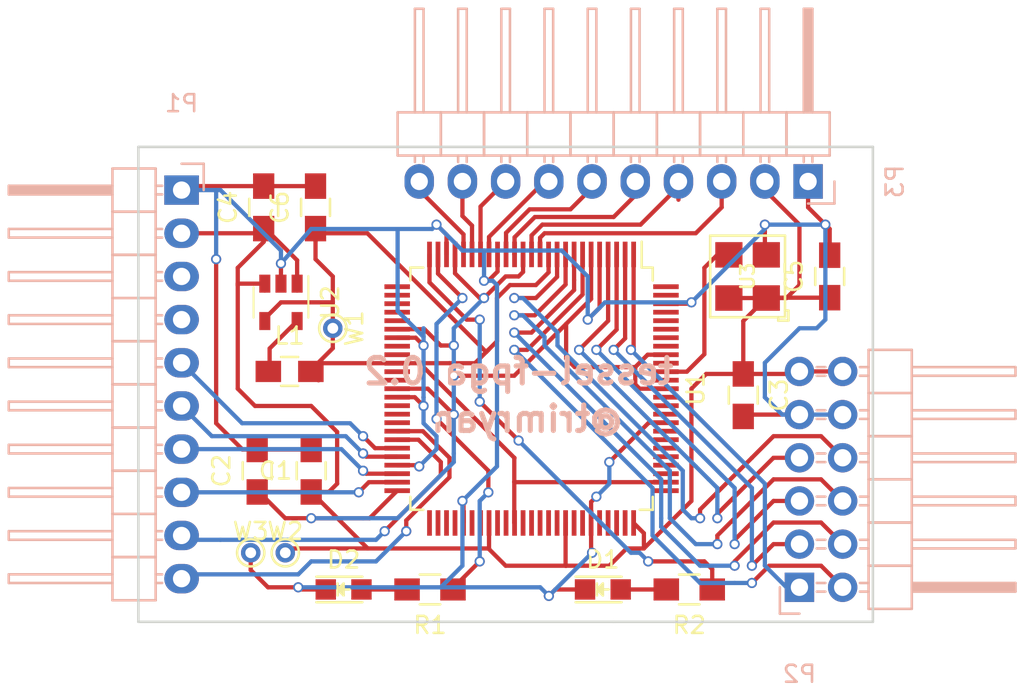
<source format=kicad_pcb>
(kicad_pcb (version 4) (host pcbnew 4.0.4-stable)

  (general
    (links 83)
    (no_connects 0)
    (area 125.014999 85.136999 185.637001 126.063)
    (thickness 1.6)
    (drawings 9)
    (tracks 474)
    (zones 0)
    (modules 20)
    (nets 84)
  )

  (page A4)
  (layers
    (0 F.Cu signal)
    (31 B.Cu signal)
    (32 B.Adhes user)
    (33 F.Adhes user)
    (34 B.Paste user)
    (35 F.Paste user)
    (36 B.SilkS user)
    (37 F.SilkS user)
    (38 B.Mask user)
    (39 F.Mask user)
    (40 Dwgs.User user)
    (41 Cmts.User user)
    (42 Eco1.User user)
    (43 Eco2.User user)
    (44 Edge.Cuts user)
    (45 Margin user)
    (46 B.CrtYd user)
    (47 F.CrtYd user)
    (48 B.Fab user)
    (49 F.Fab user)
  )

  (setup
    (last_trace_width 0.25)
    (trace_clearance 0.2)
    (zone_clearance 0.508)
    (zone_45_only no)
    (trace_min 0.2)
    (segment_width 0.2)
    (edge_width 0.15)
    (via_size 0.6)
    (via_drill 0.4)
    (via_min_size 0.4)
    (via_min_drill 0.3)
    (uvia_size 0.3)
    (uvia_drill 0.1)
    (uvias_allowed no)
    (uvia_min_size 0.2)
    (uvia_min_drill 0.1)
    (pcb_text_width 0.3)
    (pcb_text_size 1.5 1.5)
    (mod_edge_width 0.15)
    (mod_text_size 1 1)
    (mod_text_width 0.15)
    (pad_size 1.524 1.524)
    (pad_drill 0.762)
    (pad_to_mask_clearance 0.2)
    (aux_axis_origin 0 0)
    (grid_origin 147.574 115.316)
    (visible_elements FFFFFB5F)
    (pcbplotparams
      (layerselection 0x00030_80000001)
      (usegerberextensions false)
      (excludeedgelayer true)
      (linewidth 0.100000)
      (plotframeref false)
      (viasonmask false)
      (mode 1)
      (useauxorigin false)
      (hpglpennumber 1)
      (hpglpenspeed 20)
      (hpglpendiameter 15)
      (hpglpenoverlay 2)
      (psnegative false)
      (psa4output false)
      (plotreference true)
      (plotvalue true)
      (plotinvisibletext false)
      (padsonsilk false)
      (subtractmaskfromsilk false)
      (outputformat 1)
      (mirror false)
      (drillshape 1)
      (scaleselection 1)
      (outputdirectory ""))
  )

  (net 0 "")
  (net 1 "Net-(U1-Pad26)")
  (net 2 "Net-(U1-Pad27)")
  (net 3 "Net-(U1-Pad28)")
  (net 4 "Net-(U1-Pad29)")
  (net 5 "Net-(U1-Pad30)")
  (net 6 "Net-(U1-Pad33)")
  (net 7 "Net-(U1-Pad34)")
  (net 8 "Net-(U1-Pad36)")
  (net 9 "Net-(U1-Pad37)")
  (net 10 "Net-(U1-Pad40)")
  (net 11 "Net-(U1-Pad41)")
  (net 12 "Net-(U1-Pad42)")
  (net 13 "Net-(U1-Pad51)")
  (net 14 "Net-(U1-Pad52)")
  (net 15 "Net-(U1-Pad53)")
  (net 16 "Net-(U1-Pad54)")
  (net 17 "Net-(U1-Pad56)")
  (net 18 "Net-(U1-Pad57)")
  (net 19 "Net-(U1-Pad59)")
  (net 20 "Net-(U1-Pad60)")
  (net 21 "Net-(U1-Pad62)")
  (net 22 "Net-(U1-Pad63)")
  (net 23 "Net-(U1-Pad64)")
  (net 24 "Net-(U1-Pad65)")
  (net 25 "Net-(U1-Pad66)")
  (net 26 "Net-(U1-Pad68)")
  (net 27 "Net-(U1-Pad69)")
  (net 28 "Net-(U1-Pad71)")
  (net 29 "Net-(U1-Pad72)")
  (net 30 "Net-(U1-Pad73)")
  (net 31 "Net-(U1-Pad74)")
  (net 32 "Net-(U1-Pad76)")
  (net 33 "Net-(U1-Pad78)")
  (net 34 "Net-(U1-Pad79)")
  (net 35 "Net-(U1-Pad80)")
  (net 36 "Net-(U1-Pad81)")
  (net 37 "Net-(U1-Pad82)")
  (net 38 "Net-(U1-Pad83)")
  (net 39 "Net-(U1-Pad85)")
  (net 40 "Net-(U1-Pad86)")
  (net 41 "Net-(U1-Pad87)")
  (net 42 "Net-(U1-Pad89)")
  (net 43 "Net-(U1-Pad90)")
  (net 44 "Net-(U1-Pad91)")
  (net 45 "Net-(U1-Pad93)")
  (net 46 "Net-(U1-Pad94)")
  (net 47 "Net-(U1-Pad95)")
  (net 48 "Net-(U1-Pad96)")
  (net 49 "Net-(U1-Pad97)")
  (net 50 "Net-(U1-Pad99)")
  (net 51 "Net-(U1-Pad100)")
  (net 52 GND)
  (net 53 "Net-(P1-Pad3)")
  (net 54 "Net-(P1-Pad4)")
  (net 55 "Net-(P1-Pad5)")
  (net 56 "Net-(P1-Pad6)")
  (net 57 "Net-(P1-Pad7)")
  (net 58 "Net-(P1-Pad8)")
  (net 59 CRESET)
  (net 60 PMOD1)
  (net 61 PMOD7)
  (net 62 PMOD2)
  (net 63 PMOD8)
  (net 64 PMOD3)
  (net 65 PMOD9)
  (net 66 PMOD4)
  (net 67 PMOD10)
  (net 68 +1V2)
  (net 69 "Net-(D1-Pad2)")
  (net 70 "Net-(D2-Pad2)")
  (net 71 LED1)
  (net 72 LED2)
  (net 73 BANK_IO)
  (net 74 MOD1)
  (net 75 MOD2)
  (net 76 MOD3)
  (net 77 MOD4)
  (net 78 MOD5)
  (net 79 MOD6)
  (net 80 MOD7)
  (net 81 MOD8)
  (net 82 "Net-(L1-Pad1)")
  (net 83 CDONE)

  (net_class Default "This is the default net class."
    (clearance 0.2)
    (trace_width 0.25)
    (via_dia 0.6)
    (via_drill 0.4)
    (uvia_dia 0.3)
    (uvia_drill 0.1)
    (add_net +1V2)
    (add_net BANK_IO)
    (add_net CDONE)
    (add_net CRESET)
    (add_net GND)
    (add_net LED1)
    (add_net LED2)
    (add_net MOD1)
    (add_net MOD2)
    (add_net MOD3)
    (add_net MOD4)
    (add_net MOD5)
    (add_net MOD6)
    (add_net MOD7)
    (add_net MOD8)
    (add_net "Net-(D1-Pad2)")
    (add_net "Net-(D2-Pad2)")
    (add_net "Net-(L1-Pad1)")
    (add_net "Net-(P1-Pad3)")
    (add_net "Net-(P1-Pad4)")
    (add_net "Net-(P1-Pad5)")
    (add_net "Net-(P1-Pad6)")
    (add_net "Net-(P1-Pad7)")
    (add_net "Net-(P1-Pad8)")
    (add_net "Net-(U1-Pad100)")
    (add_net "Net-(U1-Pad26)")
    (add_net "Net-(U1-Pad27)")
    (add_net "Net-(U1-Pad28)")
    (add_net "Net-(U1-Pad29)")
    (add_net "Net-(U1-Pad30)")
    (add_net "Net-(U1-Pad33)")
    (add_net "Net-(U1-Pad34)")
    (add_net "Net-(U1-Pad36)")
    (add_net "Net-(U1-Pad37)")
    (add_net "Net-(U1-Pad40)")
    (add_net "Net-(U1-Pad41)")
    (add_net "Net-(U1-Pad42)")
    (add_net "Net-(U1-Pad51)")
    (add_net "Net-(U1-Pad52)")
    (add_net "Net-(U1-Pad53)")
    (add_net "Net-(U1-Pad54)")
    (add_net "Net-(U1-Pad56)")
    (add_net "Net-(U1-Pad57)")
    (add_net "Net-(U1-Pad59)")
    (add_net "Net-(U1-Pad60)")
    (add_net "Net-(U1-Pad62)")
    (add_net "Net-(U1-Pad63)")
    (add_net "Net-(U1-Pad64)")
    (add_net "Net-(U1-Pad65)")
    (add_net "Net-(U1-Pad66)")
    (add_net "Net-(U1-Pad68)")
    (add_net "Net-(U1-Pad69)")
    (add_net "Net-(U1-Pad71)")
    (add_net "Net-(U1-Pad72)")
    (add_net "Net-(U1-Pad73)")
    (add_net "Net-(U1-Pad74)")
    (add_net "Net-(U1-Pad76)")
    (add_net "Net-(U1-Pad78)")
    (add_net "Net-(U1-Pad79)")
    (add_net "Net-(U1-Pad80)")
    (add_net "Net-(U1-Pad81)")
    (add_net "Net-(U1-Pad82)")
    (add_net "Net-(U1-Pad83)")
    (add_net "Net-(U1-Pad85)")
    (add_net "Net-(U1-Pad86)")
    (add_net "Net-(U1-Pad87)")
    (add_net "Net-(U1-Pad89)")
    (add_net "Net-(U1-Pad90)")
    (add_net "Net-(U1-Pad91)")
    (add_net "Net-(U1-Pad93)")
    (add_net "Net-(U1-Pad94)")
    (add_net "Net-(U1-Pad95)")
    (add_net "Net-(U1-Pad96)")
    (add_net "Net-(U1-Pad97)")
    (add_net "Net-(U1-Pad99)")
    (add_net PMOD1)
    (add_net PMOD10)
    (add_net PMOD2)
    (add_net PMOD3)
    (add_net PMOD4)
    (add_net PMOD7)
    (add_net PMOD8)
    (add_net PMOD9)
  )

  (module Pin_Headers:Pin_Header_Angled_1x10 (layer B.Cu) (tedit 0) (tstamp 585FFEFE)
    (at 135.89 96.52 180)
    (descr "Through hole pin header")
    (tags "pin header")
    (path /585FFE81)
    (fp_text reference P1 (at 0 5.1 180) (layer B.SilkS)
      (effects (font (size 1 1) (thickness 0.15)) (justify mirror))
    )
    (fp_text value CONN_01X10 (at 0 3.1 180) (layer B.Fab)
      (effects (font (size 1 1) (thickness 0.15)) (justify mirror))
    )
    (fp_line (start -1.5 1.75) (end -1.5 -24.65) (layer B.CrtYd) (width 0.05))
    (fp_line (start 10.65 1.75) (end 10.65 -24.65) (layer B.CrtYd) (width 0.05))
    (fp_line (start -1.5 1.75) (end 10.65 1.75) (layer B.CrtYd) (width 0.05))
    (fp_line (start -1.5 -24.65) (end 10.65 -24.65) (layer B.CrtYd) (width 0.05))
    (fp_line (start -1.3 1.55) (end -1.3 0) (layer B.SilkS) (width 0.15))
    (fp_line (start 0 1.55) (end -1.3 1.55) (layer B.SilkS) (width 0.15))
    (fp_line (start 4.191 0.127) (end 10.033 0.127) (layer B.SilkS) (width 0.15))
    (fp_line (start 10.033 0.127) (end 10.033 -0.127) (layer B.SilkS) (width 0.15))
    (fp_line (start 10.033 -0.127) (end 4.191 -0.127) (layer B.SilkS) (width 0.15))
    (fp_line (start 4.191 -0.127) (end 4.191 0) (layer B.SilkS) (width 0.15))
    (fp_line (start 4.191 0) (end 10.033 0) (layer B.SilkS) (width 0.15))
    (fp_line (start 1.524 -17.526) (end 1.143 -17.526) (layer B.SilkS) (width 0.15))
    (fp_line (start 1.524 -18.034) (end 1.143 -18.034) (layer B.SilkS) (width 0.15))
    (fp_line (start 1.524 -20.066) (end 1.143 -20.066) (layer B.SilkS) (width 0.15))
    (fp_line (start 1.524 -20.574) (end 1.143 -20.574) (layer B.SilkS) (width 0.15))
    (fp_line (start 1.524 -22.606) (end 1.143 -22.606) (layer B.SilkS) (width 0.15))
    (fp_line (start 1.524 -23.114) (end 1.143 -23.114) (layer B.SilkS) (width 0.15))
    (fp_line (start 1.524 0.254) (end 1.143 0.254) (layer B.SilkS) (width 0.15))
    (fp_line (start 1.524 -0.254) (end 1.143 -0.254) (layer B.SilkS) (width 0.15))
    (fp_line (start 1.524 -2.286) (end 1.143 -2.286) (layer B.SilkS) (width 0.15))
    (fp_line (start 1.524 -2.794) (end 1.143 -2.794) (layer B.SilkS) (width 0.15))
    (fp_line (start 1.524 -4.826) (end 1.143 -4.826) (layer B.SilkS) (width 0.15))
    (fp_line (start 1.524 -5.334) (end 1.143 -5.334) (layer B.SilkS) (width 0.15))
    (fp_line (start 1.524 -15.494) (end 1.143 -15.494) (layer B.SilkS) (width 0.15))
    (fp_line (start 1.524 -14.986) (end 1.143 -14.986) (layer B.SilkS) (width 0.15))
    (fp_line (start 1.524 -12.954) (end 1.143 -12.954) (layer B.SilkS) (width 0.15))
    (fp_line (start 1.524 -12.446) (end 1.143 -12.446) (layer B.SilkS) (width 0.15))
    (fp_line (start 1.524 -10.414) (end 1.143 -10.414) (layer B.SilkS) (width 0.15))
    (fp_line (start 1.524 -9.906) (end 1.143 -9.906) (layer B.SilkS) (width 0.15))
    (fp_line (start 1.524 -7.874) (end 1.143 -7.874) (layer B.SilkS) (width 0.15))
    (fp_line (start 1.524 -7.366) (end 1.143 -7.366) (layer B.SilkS) (width 0.15))
    (fp_line (start 1.524 -13.97) (end 4.064 -13.97) (layer B.SilkS) (width 0.15))
    (fp_line (start 1.524 -13.97) (end 1.524 -16.51) (layer B.SilkS) (width 0.15))
    (fp_line (start 1.524 -16.51) (end 4.064 -16.51) (layer B.SilkS) (width 0.15))
    (fp_line (start 4.064 -14.986) (end 10.16 -14.986) (layer B.SilkS) (width 0.15))
    (fp_line (start 10.16 -14.986) (end 10.16 -15.494) (layer B.SilkS) (width 0.15))
    (fp_line (start 10.16 -15.494) (end 4.064 -15.494) (layer B.SilkS) (width 0.15))
    (fp_line (start 4.064 -16.51) (end 4.064 -13.97) (layer B.SilkS) (width 0.15))
    (fp_line (start 4.064 -19.05) (end 4.064 -16.51) (layer B.SilkS) (width 0.15))
    (fp_line (start 10.16 -18.034) (end 4.064 -18.034) (layer B.SilkS) (width 0.15))
    (fp_line (start 10.16 -17.526) (end 10.16 -18.034) (layer B.SilkS) (width 0.15))
    (fp_line (start 4.064 -17.526) (end 10.16 -17.526) (layer B.SilkS) (width 0.15))
    (fp_line (start 1.524 -19.05) (end 4.064 -19.05) (layer B.SilkS) (width 0.15))
    (fp_line (start 1.524 -16.51) (end 1.524 -19.05) (layer B.SilkS) (width 0.15))
    (fp_line (start 1.524 -16.51) (end 4.064 -16.51) (layer B.SilkS) (width 0.15))
    (fp_line (start 1.524 -21.59) (end 4.064 -21.59) (layer B.SilkS) (width 0.15))
    (fp_line (start 1.524 -21.59) (end 1.524 -24.13) (layer B.SilkS) (width 0.15))
    (fp_line (start 4.064 -22.606) (end 10.16 -22.606) (layer B.SilkS) (width 0.15))
    (fp_line (start 10.16 -22.606) (end 10.16 -23.114) (layer B.SilkS) (width 0.15))
    (fp_line (start 10.16 -23.114) (end 4.064 -23.114) (layer B.SilkS) (width 0.15))
    (fp_line (start 4.064 -24.13) (end 4.064 -21.59) (layer B.SilkS) (width 0.15))
    (fp_line (start 4.064 -21.59) (end 4.064 -19.05) (layer B.SilkS) (width 0.15))
    (fp_line (start 10.16 -20.574) (end 4.064 -20.574) (layer B.SilkS) (width 0.15))
    (fp_line (start 10.16 -20.066) (end 10.16 -20.574) (layer B.SilkS) (width 0.15))
    (fp_line (start 4.064 -20.066) (end 10.16 -20.066) (layer B.SilkS) (width 0.15))
    (fp_line (start 1.524 -21.59) (end 4.064 -21.59) (layer B.SilkS) (width 0.15))
    (fp_line (start 1.524 -19.05) (end 1.524 -21.59) (layer B.SilkS) (width 0.15))
    (fp_line (start 1.524 -19.05) (end 4.064 -19.05) (layer B.SilkS) (width 0.15))
    (fp_line (start 1.524 -24.13) (end 4.064 -24.13) (layer B.SilkS) (width 0.15))
    (fp_line (start 1.524 1.27) (end 4.064 1.27) (layer B.SilkS) (width 0.15))
    (fp_line (start 1.524 -1.27) (end 4.064 -1.27) (layer B.SilkS) (width 0.15))
    (fp_line (start 1.524 -1.27) (end 1.524 -3.81) (layer B.SilkS) (width 0.15))
    (fp_line (start 1.524 -3.81) (end 4.064 -3.81) (layer B.SilkS) (width 0.15))
    (fp_line (start 4.064 -2.286) (end 10.16 -2.286) (layer B.SilkS) (width 0.15))
    (fp_line (start 10.16 -2.286) (end 10.16 -2.794) (layer B.SilkS) (width 0.15))
    (fp_line (start 10.16 -2.794) (end 4.064 -2.794) (layer B.SilkS) (width 0.15))
    (fp_line (start 4.064 -3.81) (end 4.064 -1.27) (layer B.SilkS) (width 0.15))
    (fp_line (start 4.064 -1.27) (end 4.064 1.27) (layer B.SilkS) (width 0.15))
    (fp_line (start 10.16 -0.254) (end 4.064 -0.254) (layer B.SilkS) (width 0.15))
    (fp_line (start 10.16 0.254) (end 10.16 -0.254) (layer B.SilkS) (width 0.15))
    (fp_line (start 4.064 0.254) (end 10.16 0.254) (layer B.SilkS) (width 0.15))
    (fp_line (start 1.524 -1.27) (end 4.064 -1.27) (layer B.SilkS) (width 0.15))
    (fp_line (start 1.524 1.27) (end 1.524 -1.27) (layer B.SilkS) (width 0.15))
    (fp_line (start 1.524 -8.89) (end 4.064 -8.89) (layer B.SilkS) (width 0.15))
    (fp_line (start 1.524 -8.89) (end 1.524 -11.43) (layer B.SilkS) (width 0.15))
    (fp_line (start 1.524 -11.43) (end 4.064 -11.43) (layer B.SilkS) (width 0.15))
    (fp_line (start 4.064 -9.906) (end 10.16 -9.906) (layer B.SilkS) (width 0.15))
    (fp_line (start 10.16 -9.906) (end 10.16 -10.414) (layer B.SilkS) (width 0.15))
    (fp_line (start 10.16 -10.414) (end 4.064 -10.414) (layer B.SilkS) (width 0.15))
    (fp_line (start 4.064 -11.43) (end 4.064 -8.89) (layer B.SilkS) (width 0.15))
    (fp_line (start 4.064 -13.97) (end 4.064 -11.43) (layer B.SilkS) (width 0.15))
    (fp_line (start 10.16 -12.954) (end 4.064 -12.954) (layer B.SilkS) (width 0.15))
    (fp_line (start 10.16 -12.446) (end 10.16 -12.954) (layer B.SilkS) (width 0.15))
    (fp_line (start 4.064 -12.446) (end 10.16 -12.446) (layer B.SilkS) (width 0.15))
    (fp_line (start 1.524 -13.97) (end 4.064 -13.97) (layer B.SilkS) (width 0.15))
    (fp_line (start 1.524 -11.43) (end 1.524 -13.97) (layer B.SilkS) (width 0.15))
    (fp_line (start 1.524 -11.43) (end 4.064 -11.43) (layer B.SilkS) (width 0.15))
    (fp_line (start 1.524 -6.35) (end 4.064 -6.35) (layer B.SilkS) (width 0.15))
    (fp_line (start 1.524 -6.35) (end 1.524 -8.89) (layer B.SilkS) (width 0.15))
    (fp_line (start 1.524 -8.89) (end 4.064 -8.89) (layer B.SilkS) (width 0.15))
    (fp_line (start 4.064 -7.366) (end 10.16 -7.366) (layer B.SilkS) (width 0.15))
    (fp_line (start 10.16 -7.366) (end 10.16 -7.874) (layer B.SilkS) (width 0.15))
    (fp_line (start 10.16 -7.874) (end 4.064 -7.874) (layer B.SilkS) (width 0.15))
    (fp_line (start 4.064 -8.89) (end 4.064 -6.35) (layer B.SilkS) (width 0.15))
    (fp_line (start 4.064 -6.35) (end 4.064 -3.81) (layer B.SilkS) (width 0.15))
    (fp_line (start 10.16 -5.334) (end 4.064 -5.334) (layer B.SilkS) (width 0.15))
    (fp_line (start 10.16 -4.826) (end 10.16 -5.334) (layer B.SilkS) (width 0.15))
    (fp_line (start 4.064 -4.826) (end 10.16 -4.826) (layer B.SilkS) (width 0.15))
    (fp_line (start 1.524 -6.35) (end 4.064 -6.35) (layer B.SilkS) (width 0.15))
    (fp_line (start 1.524 -3.81) (end 1.524 -6.35) (layer B.SilkS) (width 0.15))
    (fp_line (start 1.524 -3.81) (end 4.064 -3.81) (layer B.SilkS) (width 0.15))
    (pad 1 thru_hole rect (at 0 0 180) (size 2.032 1.7272) (drill 1.016) (layers *.Cu *.Mask)
      (net 52 GND))
    (pad 2 thru_hole oval (at 0 -2.54 180) (size 2.032 1.7272) (drill 1.016) (layers *.Cu *.Mask)
      (net 73 BANK_IO))
    (pad 3 thru_hole oval (at 0 -5.08 180) (size 2.032 1.7272) (drill 1.016) (layers *.Cu *.Mask)
      (net 53 "Net-(P1-Pad3)"))
    (pad 4 thru_hole oval (at 0 -7.62 180) (size 2.032 1.7272) (drill 1.016) (layers *.Cu *.Mask)
      (net 54 "Net-(P1-Pad4)"))
    (pad 5 thru_hole oval (at 0 -10.16 180) (size 2.032 1.7272) (drill 1.016) (layers *.Cu *.Mask)
      (net 55 "Net-(P1-Pad5)"))
    (pad 6 thru_hole oval (at 0 -12.7 180) (size 2.032 1.7272) (drill 1.016) (layers *.Cu *.Mask)
      (net 56 "Net-(P1-Pad6)"))
    (pad 7 thru_hole oval (at 0 -15.24 180) (size 2.032 1.7272) (drill 1.016) (layers *.Cu *.Mask)
      (net 57 "Net-(P1-Pad7)"))
    (pad 8 thru_hole oval (at 0 -17.78 180) (size 2.032 1.7272) (drill 1.016) (layers *.Cu *.Mask)
      (net 58 "Net-(P1-Pad8)"))
    (pad 9 thru_hole oval (at 0 -20.32 180) (size 2.032 1.7272) (drill 1.016) (layers *.Cu *.Mask)
      (net 59 CRESET))
    (pad 10 thru_hole oval (at 0 -22.86 180) (size 2.032 1.7272) (drill 1.016) (layers *.Cu *.Mask)
      (net 83 CDONE))
    (model Pin_Headers.3dshapes/Pin_Header_Angled_1x10.wrl
      (at (xyz 0 -0.45 0))
      (scale (xyz 1 1 1))
      (rotate (xyz 0 0 90))
    )
  )

  (module Pin_Headers:Pin_Header_Angled_2x06 (layer B.Cu) (tedit 0) (tstamp 585FFF0E)
    (at 172.212 119.888)
    (descr "Through hole pin header")
    (tags "pin header")
    (path /585FFEB8)
    (fp_text reference P2 (at 0 5.1) (layer B.SilkS)
      (effects (font (size 1 1) (thickness 0.15)) (justify mirror))
    )
    (fp_text value CONN_02X06 (at 0 3.1) (layer B.Fab)
      (effects (font (size 1 1) (thickness 0.15)) (justify mirror))
    )
    (fp_line (start -1.35 1.75) (end -1.35 -14.45) (layer B.CrtYd) (width 0.05))
    (fp_line (start 13.2 1.75) (end 13.2 -14.45) (layer B.CrtYd) (width 0.05))
    (fp_line (start -1.35 1.75) (end 13.2 1.75) (layer B.CrtYd) (width 0.05))
    (fp_line (start -1.35 -14.45) (end 13.2 -14.45) (layer B.CrtYd) (width 0.05))
    (fp_line (start 1.524 -12.446) (end 1.016 -12.446) (layer B.SilkS) (width 0.15))
    (fp_line (start 1.524 -12.954) (end 1.016 -12.954) (layer B.SilkS) (width 0.15))
    (fp_line (start 1.524 -10.414) (end 1.016 -10.414) (layer B.SilkS) (width 0.15))
    (fp_line (start 1.524 -9.906) (end 1.016 -9.906) (layer B.SilkS) (width 0.15))
    (fp_line (start 1.524 -7.874) (end 1.016 -7.874) (layer B.SilkS) (width 0.15))
    (fp_line (start 1.524 -7.366) (end 1.016 -7.366) (layer B.SilkS) (width 0.15))
    (fp_line (start 1.524 0.254) (end 1.016 0.254) (layer B.SilkS) (width 0.15))
    (fp_line (start 1.524 -0.254) (end 1.016 -0.254) (layer B.SilkS) (width 0.15))
    (fp_line (start 1.524 -5.334) (end 1.016 -5.334) (layer B.SilkS) (width 0.15))
    (fp_line (start 1.524 -4.826) (end 1.016 -4.826) (layer B.SilkS) (width 0.15))
    (fp_line (start 1.524 -2.794) (end 1.016 -2.794) (layer B.SilkS) (width 0.15))
    (fp_line (start 1.524 -2.286) (end 1.016 -2.286) (layer B.SilkS) (width 0.15))
    (fp_line (start 4.064 -12.954) (end 3.556 -12.954) (layer B.SilkS) (width 0.15))
    (fp_line (start 4.064 -12.446) (end 3.556 -12.446) (layer B.SilkS) (width 0.15))
    (fp_line (start 4.064 -10.414) (end 3.556 -10.414) (layer B.SilkS) (width 0.15))
    (fp_line (start 4.064 -9.906) (end 3.556 -9.906) (layer B.SilkS) (width 0.15))
    (fp_line (start 4.064 0.254) (end 3.556 0.254) (layer B.SilkS) (width 0.15))
    (fp_line (start 4.064 -0.254) (end 3.556 -0.254) (layer B.SilkS) (width 0.15))
    (fp_line (start 4.064 -2.286) (end 3.556 -2.286) (layer B.SilkS) (width 0.15))
    (fp_line (start 4.064 -2.794) (end 3.556 -2.794) (layer B.SilkS) (width 0.15))
    (fp_line (start 4.064 -7.874) (end 3.556 -7.874) (layer B.SilkS) (width 0.15))
    (fp_line (start 4.064 -7.366) (end 3.556 -7.366) (layer B.SilkS) (width 0.15))
    (fp_line (start 4.064 -5.334) (end 3.556 -5.334) (layer B.SilkS) (width 0.15))
    (fp_line (start 4.064 -4.826) (end 3.556 -4.826) (layer B.SilkS) (width 0.15))
    (fp_line (start 0 1.55) (end -1.15 1.55) (layer B.SilkS) (width 0.15))
    (fp_line (start -1.15 1.55) (end -1.15 0) (layer B.SilkS) (width 0.15))
    (fp_line (start 6.604 0.127) (end 12.573 0.127) (layer B.SilkS) (width 0.15))
    (fp_line (start 12.573 0.127) (end 12.573 -0.127) (layer B.SilkS) (width 0.15))
    (fp_line (start 12.573 -0.127) (end 6.731 -0.127) (layer B.SilkS) (width 0.15))
    (fp_line (start 6.731 -0.127) (end 6.731 0) (layer B.SilkS) (width 0.15))
    (fp_line (start 6.731 0) (end 12.573 0) (layer B.SilkS) (width 0.15))
    (fp_line (start 4.064 -8.89) (end 6.604 -8.89) (layer B.SilkS) (width 0.15))
    (fp_line (start 4.064 -8.89) (end 4.064 -11.43) (layer B.SilkS) (width 0.15))
    (fp_line (start 4.064 -11.43) (end 6.604 -11.43) (layer B.SilkS) (width 0.15))
    (fp_line (start 6.604 -9.906) (end 12.7 -9.906) (layer B.SilkS) (width 0.15))
    (fp_line (start 12.7 -9.906) (end 12.7 -10.414) (layer B.SilkS) (width 0.15))
    (fp_line (start 12.7 -10.414) (end 6.604 -10.414) (layer B.SilkS) (width 0.15))
    (fp_line (start 6.604 -11.43) (end 6.604 -8.89) (layer B.SilkS) (width 0.15))
    (fp_line (start 6.604 -13.97) (end 6.604 -11.43) (layer B.SilkS) (width 0.15))
    (fp_line (start 12.7 -12.954) (end 6.604 -12.954) (layer B.SilkS) (width 0.15))
    (fp_line (start 12.7 -12.446) (end 12.7 -12.954) (layer B.SilkS) (width 0.15))
    (fp_line (start 6.604 -12.446) (end 12.7 -12.446) (layer B.SilkS) (width 0.15))
    (fp_line (start 4.064 -11.43) (end 4.064 -13.97) (layer B.SilkS) (width 0.15))
    (fp_line (start 4.064 -11.43) (end 6.604 -11.43) (layer B.SilkS) (width 0.15))
    (fp_line (start 4.064 -13.97) (end 6.604 -13.97) (layer B.SilkS) (width 0.15))
    (fp_line (start 4.064 -3.81) (end 6.604 -3.81) (layer B.SilkS) (width 0.15))
    (fp_line (start 4.064 -3.81) (end 4.064 -6.35) (layer B.SilkS) (width 0.15))
    (fp_line (start 4.064 -6.35) (end 6.604 -6.35) (layer B.SilkS) (width 0.15))
    (fp_line (start 6.604 -4.826) (end 12.7 -4.826) (layer B.SilkS) (width 0.15))
    (fp_line (start 12.7 -4.826) (end 12.7 -5.334) (layer B.SilkS) (width 0.15))
    (fp_line (start 12.7 -5.334) (end 6.604 -5.334) (layer B.SilkS) (width 0.15))
    (fp_line (start 6.604 -6.35) (end 6.604 -3.81) (layer B.SilkS) (width 0.15))
    (fp_line (start 6.604 -8.89) (end 6.604 -6.35) (layer B.SilkS) (width 0.15))
    (fp_line (start 12.7 -7.874) (end 6.604 -7.874) (layer B.SilkS) (width 0.15))
    (fp_line (start 12.7 -7.366) (end 12.7 -7.874) (layer B.SilkS) (width 0.15))
    (fp_line (start 6.604 -7.366) (end 12.7 -7.366) (layer B.SilkS) (width 0.15))
    (fp_line (start 4.064 -8.89) (end 6.604 -8.89) (layer B.SilkS) (width 0.15))
    (fp_line (start 4.064 -6.35) (end 4.064 -8.89) (layer B.SilkS) (width 0.15))
    (fp_line (start 4.064 -6.35) (end 6.604 -6.35) (layer B.SilkS) (width 0.15))
    (fp_line (start 4.064 -1.27) (end 6.604 -1.27) (layer B.SilkS) (width 0.15))
    (fp_line (start 4.064 -1.27) (end 4.064 -3.81) (layer B.SilkS) (width 0.15))
    (fp_line (start 4.064 -3.81) (end 6.604 -3.81) (layer B.SilkS) (width 0.15))
    (fp_line (start 6.604 -2.286) (end 12.7 -2.286) (layer B.SilkS) (width 0.15))
    (fp_line (start 12.7 -2.286) (end 12.7 -2.794) (layer B.SilkS) (width 0.15))
    (fp_line (start 12.7 -2.794) (end 6.604 -2.794) (layer B.SilkS) (width 0.15))
    (fp_line (start 6.604 -3.81) (end 6.604 -1.27) (layer B.SilkS) (width 0.15))
    (fp_line (start 6.604 -1.27) (end 6.604 1.27) (layer B.SilkS) (width 0.15))
    (fp_line (start 12.7 -0.254) (end 6.604 -0.254) (layer B.SilkS) (width 0.15))
    (fp_line (start 12.7 0.254) (end 12.7 -0.254) (layer B.SilkS) (width 0.15))
    (fp_line (start 6.604 0.254) (end 12.7 0.254) (layer B.SilkS) (width 0.15))
    (fp_line (start 4.064 -1.27) (end 6.604 -1.27) (layer B.SilkS) (width 0.15))
    (fp_line (start 4.064 1.27) (end 4.064 -1.27) (layer B.SilkS) (width 0.15))
    (fp_line (start 4.064 1.27) (end 6.604 1.27) (layer B.SilkS) (width 0.15))
    (pad 1 thru_hole rect (at 0 0) (size 1.7272 1.7272) (drill 1.016) (layers *.Cu *.Mask)
      (net 60 PMOD1))
    (pad 2 thru_hole oval (at 2.54 0) (size 1.7272 1.7272) (drill 1.016) (layers *.Cu *.Mask)
      (net 61 PMOD7))
    (pad 3 thru_hole oval (at 0 -2.54) (size 1.7272 1.7272) (drill 1.016) (layers *.Cu *.Mask)
      (net 62 PMOD2))
    (pad 4 thru_hole oval (at 2.54 -2.54) (size 1.7272 1.7272) (drill 1.016) (layers *.Cu *.Mask)
      (net 63 PMOD8))
    (pad 5 thru_hole oval (at 0 -5.08) (size 1.7272 1.7272) (drill 1.016) (layers *.Cu *.Mask)
      (net 64 PMOD3))
    (pad 6 thru_hole oval (at 2.54 -5.08) (size 1.7272 1.7272) (drill 1.016) (layers *.Cu *.Mask)
      (net 65 PMOD9))
    (pad 7 thru_hole oval (at 0 -7.62) (size 1.7272 1.7272) (drill 1.016) (layers *.Cu *.Mask)
      (net 66 PMOD4))
    (pad 8 thru_hole oval (at 2.54 -7.62) (size 1.7272 1.7272) (drill 1.016) (layers *.Cu *.Mask)
      (net 67 PMOD10))
    (pad 9 thru_hole oval (at 0 -10.16) (size 1.7272 1.7272) (drill 1.016) (layers *.Cu *.Mask)
      (net 52 GND))
    (pad 10 thru_hole oval (at 2.54 -10.16) (size 1.7272 1.7272) (drill 1.016) (layers *.Cu *.Mask)
      (net 52 GND))
    (pad 11 thru_hole oval (at 0 -12.7) (size 1.7272 1.7272) (drill 1.016) (layers *.Cu *.Mask)
      (net 73 BANK_IO))
    (pad 12 thru_hole oval (at 2.54 -12.7) (size 1.7272 1.7272) (drill 1.016) (layers *.Cu *.Mask)
      (net 73 BANK_IO))
    (model Pin_Headers.3dshapes/Pin_Header_Angled_2x06.wrl
      (at (xyz 0.05 -0.25 0))
      (scale (xyz 1 1 1))
      (rotate (xyz 0 0 90))
    )
  )

  (module Capacitors_SMD:C_0805_HandSoldering (layer F.Cu) (tedit 5860479C) (tstamp 58602BD7)
    (at 143.51 113.03 90)
    (descr "Capacitor SMD 0805, hand soldering")
    (tags "capacitor 0805")
    (path /58603467)
    (attr smd)
    (fp_text reference C1 (at 0 -2.1 360) (layer F.SilkS)
      (effects (font (size 1 1) (thickness 0.15)))
    )
    (fp_text value 0.1uF (at 0 2.1 90) (layer F.Fab)
      (effects (font (size 1 1) (thickness 0.15)))
    )
    (fp_line (start -1 0.625) (end -1 -0.625) (layer F.Fab) (width 0.15))
    (fp_line (start 1 0.625) (end -1 0.625) (layer F.Fab) (width 0.15))
    (fp_line (start 1 -0.625) (end 1 0.625) (layer F.Fab) (width 0.15))
    (fp_line (start -1 -0.625) (end 1 -0.625) (layer F.Fab) (width 0.15))
    (fp_line (start -2.3 -1) (end 2.3 -1) (layer F.CrtYd) (width 0.05))
    (fp_line (start -2.3 1) (end 2.3 1) (layer F.CrtYd) (width 0.05))
    (fp_line (start -2.3 -1) (end -2.3 1) (layer F.CrtYd) (width 0.05))
    (fp_line (start 2.3 -1) (end 2.3 1) (layer F.CrtYd) (width 0.05))
    (fp_line (start 0.5 -0.85) (end -0.5 -0.85) (layer F.SilkS) (width 0.15))
    (fp_line (start -0.5 0.85) (end 0.5 0.85) (layer F.SilkS) (width 0.15))
    (pad 1 smd rect (at -1.25 0 90) (size 1.5 1.25) (layers F.Cu F.Paste F.Mask)
      (net 73 BANK_IO))
    (pad 2 smd rect (at 1.25 0 90) (size 1.5 1.25) (layers F.Cu F.Paste F.Mask)
      (net 52 GND))
    (model Capacitors_SMD.3dshapes/C_0805_HandSoldering.wrl
      (at (xyz 0 0 0))
      (scale (xyz 1 1 1))
      (rotate (xyz 0 0 0))
    )
  )

  (module Capacitors_SMD:C_0805_HandSoldering (layer F.Cu) (tedit 541A9B8D) (tstamp 58602BDC)
    (at 140.335 113.03 90)
    (descr "Capacitor SMD 0805, hand soldering")
    (tags "capacitor 0805")
    (path /58603A6F)
    (attr smd)
    (fp_text reference C2 (at 0 -2.1 90) (layer F.SilkS)
      (effects (font (size 1 1) (thickness 0.15)))
    )
    (fp_text value 0.1uF (at 0 2.1 90) (layer F.Fab)
      (effects (font (size 1 1) (thickness 0.15)))
    )
    (fp_line (start -1 0.625) (end -1 -0.625) (layer F.Fab) (width 0.15))
    (fp_line (start 1 0.625) (end -1 0.625) (layer F.Fab) (width 0.15))
    (fp_line (start 1 -0.625) (end 1 0.625) (layer F.Fab) (width 0.15))
    (fp_line (start -1 -0.625) (end 1 -0.625) (layer F.Fab) (width 0.15))
    (fp_line (start -2.3 -1) (end 2.3 -1) (layer F.CrtYd) (width 0.05))
    (fp_line (start -2.3 1) (end 2.3 1) (layer F.CrtYd) (width 0.05))
    (fp_line (start -2.3 -1) (end -2.3 1) (layer F.CrtYd) (width 0.05))
    (fp_line (start 2.3 -1) (end 2.3 1) (layer F.CrtYd) (width 0.05))
    (fp_line (start 0.5 -0.85) (end -0.5 -0.85) (layer F.SilkS) (width 0.15))
    (fp_line (start -0.5 0.85) (end 0.5 0.85) (layer F.SilkS) (width 0.15))
    (pad 1 smd rect (at -1.25 0 90) (size 1.5 1.25) (layers F.Cu F.Paste F.Mask)
      (net 73 BANK_IO))
    (pad 2 smd rect (at 1.25 0 90) (size 1.5 1.25) (layers F.Cu F.Paste F.Mask)
      (net 52 GND))
    (model Capacitors_SMD.3dshapes/C_0805_HandSoldering.wrl
      (at (xyz 0 0 0))
      (scale (xyz 1 1 1))
      (rotate (xyz 0 0 0))
    )
  )

  (module Capacitors_SMD:C_0805_HandSoldering (layer F.Cu) (tedit 541A9B8D) (tstamp 58602BE1)
    (at 168.91 108.585 270)
    (descr "Capacitor SMD 0805, hand soldering")
    (tags "capacitor 0805")
    (path /5860358A)
    (attr smd)
    (fp_text reference C3 (at 0 -2.1 270) (layer F.SilkS)
      (effects (font (size 1 1) (thickness 0.15)))
    )
    (fp_text value 0.1uF (at 0 2.1 270) (layer F.Fab)
      (effects (font (size 1 1) (thickness 0.15)))
    )
    (fp_line (start -1 0.625) (end -1 -0.625) (layer F.Fab) (width 0.15))
    (fp_line (start 1 0.625) (end -1 0.625) (layer F.Fab) (width 0.15))
    (fp_line (start 1 -0.625) (end 1 0.625) (layer F.Fab) (width 0.15))
    (fp_line (start -1 -0.625) (end 1 -0.625) (layer F.Fab) (width 0.15))
    (fp_line (start -2.3 -1) (end 2.3 -1) (layer F.CrtYd) (width 0.05))
    (fp_line (start -2.3 1) (end 2.3 1) (layer F.CrtYd) (width 0.05))
    (fp_line (start -2.3 -1) (end -2.3 1) (layer F.CrtYd) (width 0.05))
    (fp_line (start 2.3 -1) (end 2.3 1) (layer F.CrtYd) (width 0.05))
    (fp_line (start 0.5 -0.85) (end -0.5 -0.85) (layer F.SilkS) (width 0.15))
    (fp_line (start -0.5 0.85) (end 0.5 0.85) (layer F.SilkS) (width 0.15))
    (pad 1 smd rect (at -1.25 0 270) (size 1.5 1.25) (layers F.Cu F.Paste F.Mask)
      (net 73 BANK_IO))
    (pad 2 smd rect (at 1.25 0 270) (size 1.5 1.25) (layers F.Cu F.Paste F.Mask)
      (net 52 GND))
    (model Capacitors_SMD.3dshapes/C_0805_HandSoldering.wrl
      (at (xyz 0 0 0))
      (scale (xyz 1 1 1))
      (rotate (xyz 0 0 0))
    )
  )

  (module LEDs:LED_0805 (layer F.Cu) (tedit 55BDE1C2) (tstamp 5860461A)
    (at 160.655 120.015)
    (descr "LED 0805 smd package")
    (tags "LED 0805 SMD")
    (path /58604929)
    (attr smd)
    (fp_text reference D1 (at 0 -1.75) (layer F.SilkS)
      (effects (font (size 1 1) (thickness 0.15)))
    )
    (fp_text value LED (at 0 1.75) (layer F.Fab)
      (effects (font (size 1 1) (thickness 0.15)))
    )
    (fp_line (start -0.4 -0.3) (end -0.4 0.3) (layer F.Fab) (width 0.15))
    (fp_line (start -0.3 0) (end 0 -0.3) (layer F.Fab) (width 0.15))
    (fp_line (start 0 0.3) (end -0.3 0) (layer F.Fab) (width 0.15))
    (fp_line (start 0 -0.3) (end 0 0.3) (layer F.Fab) (width 0.15))
    (fp_line (start 1 -0.6) (end -1 -0.6) (layer F.Fab) (width 0.15))
    (fp_line (start 1 0.6) (end 1 -0.6) (layer F.Fab) (width 0.15))
    (fp_line (start -1 0.6) (end 1 0.6) (layer F.Fab) (width 0.15))
    (fp_line (start -1 -0.6) (end -1 0.6) (layer F.Fab) (width 0.15))
    (fp_line (start -1.6 0.75) (end 1.1 0.75) (layer F.SilkS) (width 0.15))
    (fp_line (start -1.6 -0.75) (end 1.1 -0.75) (layer F.SilkS) (width 0.15))
    (fp_line (start -0.1 0.15) (end -0.1 -0.1) (layer F.SilkS) (width 0.15))
    (fp_line (start -0.1 -0.1) (end -0.25 0.05) (layer F.SilkS) (width 0.15))
    (fp_line (start -0.35 -0.35) (end -0.35 0.35) (layer F.SilkS) (width 0.15))
    (fp_line (start 0 0) (end 0.35 0) (layer F.SilkS) (width 0.15))
    (fp_line (start -0.35 0) (end 0 -0.35) (layer F.SilkS) (width 0.15))
    (fp_line (start 0 -0.35) (end 0 0.35) (layer F.SilkS) (width 0.15))
    (fp_line (start 0 0.35) (end -0.35 0) (layer F.SilkS) (width 0.15))
    (fp_line (start 1.9 -0.95) (end 1.9 0.95) (layer F.CrtYd) (width 0.05))
    (fp_line (start 1.9 0.95) (end -1.9 0.95) (layer F.CrtYd) (width 0.05))
    (fp_line (start -1.9 0.95) (end -1.9 -0.95) (layer F.CrtYd) (width 0.05))
    (fp_line (start -1.9 -0.95) (end 1.9 -0.95) (layer F.CrtYd) (width 0.05))
    (pad 2 smd rect (at 1.04902 0 180) (size 1.19888 1.19888) (layers F.Cu F.Paste F.Mask)
      (net 69 "Net-(D1-Pad2)"))
    (pad 1 smd rect (at -1.04902 0 180) (size 1.19888 1.19888) (layers F.Cu F.Paste F.Mask)
      (net 52 GND))
    (model LEDs.3dshapes/LED_0805.wrl
      (at (xyz 0 0 0))
      (scale (xyz 1 1 1))
      (rotate (xyz 0 0 0))
    )
  )

  (module LEDs:LED_0805 (layer F.Cu) (tedit 55BDE1C2) (tstamp 58604620)
    (at 145.415 120.015)
    (descr "LED 0805 smd package")
    (tags "LED 0805 SMD")
    (path /58604984)
    (attr smd)
    (fp_text reference D2 (at 0 -1.75) (layer F.SilkS)
      (effects (font (size 1 1) (thickness 0.15)))
    )
    (fp_text value LED (at 0 1.75) (layer F.Fab)
      (effects (font (size 1 1) (thickness 0.15)))
    )
    (fp_line (start -0.4 -0.3) (end -0.4 0.3) (layer F.Fab) (width 0.15))
    (fp_line (start -0.3 0) (end 0 -0.3) (layer F.Fab) (width 0.15))
    (fp_line (start 0 0.3) (end -0.3 0) (layer F.Fab) (width 0.15))
    (fp_line (start 0 -0.3) (end 0 0.3) (layer F.Fab) (width 0.15))
    (fp_line (start 1 -0.6) (end -1 -0.6) (layer F.Fab) (width 0.15))
    (fp_line (start 1 0.6) (end 1 -0.6) (layer F.Fab) (width 0.15))
    (fp_line (start -1 0.6) (end 1 0.6) (layer F.Fab) (width 0.15))
    (fp_line (start -1 -0.6) (end -1 0.6) (layer F.Fab) (width 0.15))
    (fp_line (start -1.6 0.75) (end 1.1 0.75) (layer F.SilkS) (width 0.15))
    (fp_line (start -1.6 -0.75) (end 1.1 -0.75) (layer F.SilkS) (width 0.15))
    (fp_line (start -0.1 0.15) (end -0.1 -0.1) (layer F.SilkS) (width 0.15))
    (fp_line (start -0.1 -0.1) (end -0.25 0.05) (layer F.SilkS) (width 0.15))
    (fp_line (start -0.35 -0.35) (end -0.35 0.35) (layer F.SilkS) (width 0.15))
    (fp_line (start 0 0) (end 0.35 0) (layer F.SilkS) (width 0.15))
    (fp_line (start -0.35 0) (end 0 -0.35) (layer F.SilkS) (width 0.15))
    (fp_line (start 0 -0.35) (end 0 0.35) (layer F.SilkS) (width 0.15))
    (fp_line (start 0 0.35) (end -0.35 0) (layer F.SilkS) (width 0.15))
    (fp_line (start 1.9 -0.95) (end 1.9 0.95) (layer F.CrtYd) (width 0.05))
    (fp_line (start 1.9 0.95) (end -1.9 0.95) (layer F.CrtYd) (width 0.05))
    (fp_line (start -1.9 0.95) (end -1.9 -0.95) (layer F.CrtYd) (width 0.05))
    (fp_line (start -1.9 -0.95) (end 1.9 -0.95) (layer F.CrtYd) (width 0.05))
    (pad 2 smd rect (at 1.04902 0 180) (size 1.19888 1.19888) (layers F.Cu F.Paste F.Mask)
      (net 70 "Net-(D2-Pad2)"))
    (pad 1 smd rect (at -1.04902 0 180) (size 1.19888 1.19888) (layers F.Cu F.Paste F.Mask)
      (net 52 GND))
    (model LEDs.3dshapes/LED_0805.wrl
      (at (xyz 0 0 0))
      (scale (xyz 1 1 1))
      (rotate (xyz 0 0 0))
    )
  )

  (module Resistors_SMD:R_0805_HandSoldering (layer F.Cu) (tedit 58307B90) (tstamp 58604626)
    (at 150.495 120.015 180)
    (descr "Resistor SMD 0805, hand soldering")
    (tags "resistor 0805")
    (path /586048A4)
    (attr smd)
    (fp_text reference R1 (at 0 -2.1 180) (layer F.SilkS)
      (effects (font (size 1 1) (thickness 0.15)))
    )
    (fp_text value 10K (at 0 2.1 180) (layer F.Fab)
      (effects (font (size 1 1) (thickness 0.15)))
    )
    (fp_line (start -1 0.625) (end -1 -0.625) (layer F.Fab) (width 0.1))
    (fp_line (start 1 0.625) (end -1 0.625) (layer F.Fab) (width 0.1))
    (fp_line (start 1 -0.625) (end 1 0.625) (layer F.Fab) (width 0.1))
    (fp_line (start -1 -0.625) (end 1 -0.625) (layer F.Fab) (width 0.1))
    (fp_line (start -2.4 -1) (end 2.4 -1) (layer F.CrtYd) (width 0.05))
    (fp_line (start -2.4 1) (end 2.4 1) (layer F.CrtYd) (width 0.05))
    (fp_line (start -2.4 -1) (end -2.4 1) (layer F.CrtYd) (width 0.05))
    (fp_line (start 2.4 -1) (end 2.4 1) (layer F.CrtYd) (width 0.05))
    (fp_line (start 0.6 0.875) (end -0.6 0.875) (layer F.SilkS) (width 0.15))
    (fp_line (start -0.6 -0.875) (end 0.6 -0.875) (layer F.SilkS) (width 0.15))
    (pad 1 smd rect (at -1.35 0 180) (size 1.5 1.3) (layers F.Cu F.Paste F.Mask)
      (net 71 LED1))
    (pad 2 smd rect (at 1.35 0 180) (size 1.5 1.3) (layers F.Cu F.Paste F.Mask)
      (net 70 "Net-(D2-Pad2)"))
    (model Resistors_SMD.3dshapes/R_0805_HandSoldering.wrl
      (at (xyz 0 0 0))
      (scale (xyz 1 1 1))
      (rotate (xyz 0 0 0))
    )
  )

  (module Resistors_SMD:R_0805_HandSoldering (layer F.Cu) (tedit 58307B90) (tstamp 5860462C)
    (at 165.735 120.015 180)
    (descr "Resistor SMD 0805, hand soldering")
    (tags "resistor 0805")
    (path /586047EA)
    (attr smd)
    (fp_text reference R2 (at 0 -2.1 180) (layer F.SilkS)
      (effects (font (size 1 1) (thickness 0.15)))
    )
    (fp_text value 10K (at 0 2.1 180) (layer F.Fab)
      (effects (font (size 1 1) (thickness 0.15)))
    )
    (fp_line (start -1 0.625) (end -1 -0.625) (layer F.Fab) (width 0.1))
    (fp_line (start 1 0.625) (end -1 0.625) (layer F.Fab) (width 0.1))
    (fp_line (start 1 -0.625) (end 1 0.625) (layer F.Fab) (width 0.1))
    (fp_line (start -1 -0.625) (end 1 -0.625) (layer F.Fab) (width 0.1))
    (fp_line (start -2.4 -1) (end 2.4 -1) (layer F.CrtYd) (width 0.05))
    (fp_line (start -2.4 1) (end 2.4 1) (layer F.CrtYd) (width 0.05))
    (fp_line (start -2.4 -1) (end -2.4 1) (layer F.CrtYd) (width 0.05))
    (fp_line (start 2.4 -1) (end 2.4 1) (layer F.CrtYd) (width 0.05))
    (fp_line (start 0.6 0.875) (end -0.6 0.875) (layer F.SilkS) (width 0.15))
    (fp_line (start -0.6 -0.875) (end 0.6 -0.875) (layer F.SilkS) (width 0.15))
    (pad 1 smd rect (at -1.35 0 180) (size 1.5 1.3) (layers F.Cu F.Paste F.Mask)
      (net 72 LED2))
    (pad 2 smd rect (at 1.35 0 180) (size 1.5 1.3) (layers F.Cu F.Paste F.Mask)
      (net 69 "Net-(D1-Pad2)"))
    (model Resistors_SMD.3dshapes/R_0805_HandSoldering.wrl
      (at (xyz 0 0 0))
      (scale (xyz 1 1 1))
      (rotate (xyz 0 0 0))
    )
  )

  (module Pin_Headers:Pin_Header_Angled_1x10 (layer B.Cu) (tedit 5860474B) (tstamp 586047F8)
    (at 172.72 96.012 90)
    (descr "Through hole pin header")
    (tags "pin header")
    (path /58605344)
    (fp_text reference P3 (at 0 5.1 90) (layer B.SilkS)
      (effects (font (size 1 1) (thickness 0.15)) (justify mirror))
    )
    (fp_text value CONN_01X10 (at 0 3.1 360) (layer B.Fab)
      (effects (font (size 1 1) (thickness 0.15)) (justify mirror))
    )
    (fp_line (start -1.5 1.75) (end -1.5 -24.65) (layer B.CrtYd) (width 0.05))
    (fp_line (start 10.65 1.75) (end 10.65 -24.65) (layer B.CrtYd) (width 0.05))
    (fp_line (start -1.5 1.75) (end 10.65 1.75) (layer B.CrtYd) (width 0.05))
    (fp_line (start -1.5 -24.65) (end 10.65 -24.65) (layer B.CrtYd) (width 0.05))
    (fp_line (start -1.3 1.55) (end -1.3 0) (layer B.SilkS) (width 0.15))
    (fp_line (start 0 1.55) (end -1.3 1.55) (layer B.SilkS) (width 0.15))
    (fp_line (start 4.191 0.127) (end 10.033 0.127) (layer B.SilkS) (width 0.15))
    (fp_line (start 10.033 0.127) (end 10.033 -0.127) (layer B.SilkS) (width 0.15))
    (fp_line (start 10.033 -0.127) (end 4.191 -0.127) (layer B.SilkS) (width 0.15))
    (fp_line (start 4.191 -0.127) (end 4.191 0) (layer B.SilkS) (width 0.15))
    (fp_line (start 4.191 0) (end 10.033 0) (layer B.SilkS) (width 0.15))
    (fp_line (start 1.524 -17.526) (end 1.143 -17.526) (layer B.SilkS) (width 0.15))
    (fp_line (start 1.524 -18.034) (end 1.143 -18.034) (layer B.SilkS) (width 0.15))
    (fp_line (start 1.524 -20.066) (end 1.143 -20.066) (layer B.SilkS) (width 0.15))
    (fp_line (start 1.524 -20.574) (end 1.143 -20.574) (layer B.SilkS) (width 0.15))
    (fp_line (start 1.524 -22.606) (end 1.143 -22.606) (layer B.SilkS) (width 0.15))
    (fp_line (start 1.524 -23.114) (end 1.143 -23.114) (layer B.SilkS) (width 0.15))
    (fp_line (start 1.524 0.254) (end 1.143 0.254) (layer B.SilkS) (width 0.15))
    (fp_line (start 1.524 -0.254) (end 1.143 -0.254) (layer B.SilkS) (width 0.15))
    (fp_line (start 1.524 -2.286) (end 1.143 -2.286) (layer B.SilkS) (width 0.15))
    (fp_line (start 1.524 -2.794) (end 1.143 -2.794) (layer B.SilkS) (width 0.15))
    (fp_line (start 1.524 -4.826) (end 1.143 -4.826) (layer B.SilkS) (width 0.15))
    (fp_line (start 1.524 -5.334) (end 1.143 -5.334) (layer B.SilkS) (width 0.15))
    (fp_line (start 1.524 -15.494) (end 1.143 -15.494) (layer B.SilkS) (width 0.15))
    (fp_line (start 1.524 -14.986) (end 1.143 -14.986) (layer B.SilkS) (width 0.15))
    (fp_line (start 1.524 -12.954) (end 1.143 -12.954) (layer B.SilkS) (width 0.15))
    (fp_line (start 1.524 -12.446) (end 1.143 -12.446) (layer B.SilkS) (width 0.15))
    (fp_line (start 1.524 -10.414) (end 1.143 -10.414) (layer B.SilkS) (width 0.15))
    (fp_line (start 1.524 -9.906) (end 1.143 -9.906) (layer B.SilkS) (width 0.15))
    (fp_line (start 1.524 -7.874) (end 1.143 -7.874) (layer B.SilkS) (width 0.15))
    (fp_line (start 1.524 -7.366) (end 1.143 -7.366) (layer B.SilkS) (width 0.15))
    (fp_line (start 1.524 -13.97) (end 4.064 -13.97) (layer B.SilkS) (width 0.15))
    (fp_line (start 1.524 -13.97) (end 1.524 -16.51) (layer B.SilkS) (width 0.15))
    (fp_line (start 1.524 -16.51) (end 4.064 -16.51) (layer B.SilkS) (width 0.15))
    (fp_line (start 4.064 -14.986) (end 10.16 -14.986) (layer B.SilkS) (width 0.15))
    (fp_line (start 10.16 -14.986) (end 10.16 -15.494) (layer B.SilkS) (width 0.15))
    (fp_line (start 10.16 -15.494) (end 4.064 -15.494) (layer B.SilkS) (width 0.15))
    (fp_line (start 4.064 -16.51) (end 4.064 -13.97) (layer B.SilkS) (width 0.15))
    (fp_line (start 4.064 -19.05) (end 4.064 -16.51) (layer B.SilkS) (width 0.15))
    (fp_line (start 10.16 -18.034) (end 4.064 -18.034) (layer B.SilkS) (width 0.15))
    (fp_line (start 10.16 -17.526) (end 10.16 -18.034) (layer B.SilkS) (width 0.15))
    (fp_line (start 4.064 -17.526) (end 10.16 -17.526) (layer B.SilkS) (width 0.15))
    (fp_line (start 1.524 -19.05) (end 4.064 -19.05) (layer B.SilkS) (width 0.15))
    (fp_line (start 1.524 -16.51) (end 1.524 -19.05) (layer B.SilkS) (width 0.15))
    (fp_line (start 1.524 -16.51) (end 4.064 -16.51) (layer B.SilkS) (width 0.15))
    (fp_line (start 1.524 -21.59) (end 4.064 -21.59) (layer B.SilkS) (width 0.15))
    (fp_line (start 1.524 -21.59) (end 1.524 -24.13) (layer B.SilkS) (width 0.15))
    (fp_line (start 4.064 -22.606) (end 10.16 -22.606) (layer B.SilkS) (width 0.15))
    (fp_line (start 10.16 -22.606) (end 10.16 -23.114) (layer B.SilkS) (width 0.15))
    (fp_line (start 10.16 -23.114) (end 4.064 -23.114) (layer B.SilkS) (width 0.15))
    (fp_line (start 4.064 -24.13) (end 4.064 -21.59) (layer B.SilkS) (width 0.15))
    (fp_line (start 4.064 -21.59) (end 4.064 -19.05) (layer B.SilkS) (width 0.15))
    (fp_line (start 10.16 -20.574) (end 4.064 -20.574) (layer B.SilkS) (width 0.15))
    (fp_line (start 10.16 -20.066) (end 10.16 -20.574) (layer B.SilkS) (width 0.15))
    (fp_line (start 4.064 -20.066) (end 10.16 -20.066) (layer B.SilkS) (width 0.15))
    (fp_line (start 1.524 -21.59) (end 4.064 -21.59) (layer B.SilkS) (width 0.15))
    (fp_line (start 1.524 -19.05) (end 1.524 -21.59) (layer B.SilkS) (width 0.15))
    (fp_line (start 1.524 -19.05) (end 4.064 -19.05) (layer B.SilkS) (width 0.15))
    (fp_line (start 1.524 -24.13) (end 4.064 -24.13) (layer B.SilkS) (width 0.15))
    (fp_line (start 1.524 1.27) (end 4.064 1.27) (layer B.SilkS) (width 0.15))
    (fp_line (start 1.524 -1.27) (end 4.064 -1.27) (layer B.SilkS) (width 0.15))
    (fp_line (start 1.524 -1.27) (end 1.524 -3.81) (layer B.SilkS) (width 0.15))
    (fp_line (start 1.524 -3.81) (end 4.064 -3.81) (layer B.SilkS) (width 0.15))
    (fp_line (start 4.064 -2.286) (end 10.16 -2.286) (layer B.SilkS) (width 0.15))
    (fp_line (start 10.16 -2.286) (end 10.16 -2.794) (layer B.SilkS) (width 0.15))
    (fp_line (start 10.16 -2.794) (end 4.064 -2.794) (layer B.SilkS) (width 0.15))
    (fp_line (start 4.064 -3.81) (end 4.064 -1.27) (layer B.SilkS) (width 0.15))
    (fp_line (start 4.064 -1.27) (end 4.064 1.27) (layer B.SilkS) (width 0.15))
    (fp_line (start 10.16 -0.254) (end 4.064 -0.254) (layer B.SilkS) (width 0.15))
    (fp_line (start 10.16 0.254) (end 10.16 -0.254) (layer B.SilkS) (width 0.15))
    (fp_line (start 4.064 0.254) (end 10.16 0.254) (layer B.SilkS) (width 0.15))
    (fp_line (start 1.524 -1.27) (end 4.064 -1.27) (layer B.SilkS) (width 0.15))
    (fp_line (start 1.524 1.27) (end 1.524 -1.27) (layer B.SilkS) (width 0.15))
    (fp_line (start 1.524 -8.89) (end 4.064 -8.89) (layer B.SilkS) (width 0.15))
    (fp_line (start 1.524 -8.89) (end 1.524 -11.43) (layer B.SilkS) (width 0.15))
    (fp_line (start 1.524 -11.43) (end 4.064 -11.43) (layer B.SilkS) (width 0.15))
    (fp_line (start 4.064 -9.906) (end 10.16 -9.906) (layer B.SilkS) (width 0.15))
    (fp_line (start 10.16 -9.906) (end 10.16 -10.414) (layer B.SilkS) (width 0.15))
    (fp_line (start 10.16 -10.414) (end 4.064 -10.414) (layer B.SilkS) (width 0.15))
    (fp_line (start 4.064 -11.43) (end 4.064 -8.89) (layer B.SilkS) (width 0.15))
    (fp_line (start 4.064 -13.97) (end 4.064 -11.43) (layer B.SilkS) (width 0.15))
    (fp_line (start 10.16 -12.954) (end 4.064 -12.954) (layer B.SilkS) (width 0.15))
    (fp_line (start 10.16 -12.446) (end 10.16 -12.954) (layer B.SilkS) (width 0.15))
    (fp_line (start 4.064 -12.446) (end 10.16 -12.446) (layer B.SilkS) (width 0.15))
    (fp_line (start 1.524 -13.97) (end 4.064 -13.97) (layer B.SilkS) (width 0.15))
    (fp_line (start 1.524 -11.43) (end 1.524 -13.97) (layer B.SilkS) (width 0.15))
    (fp_line (start 1.524 -11.43) (end 4.064 -11.43) (layer B.SilkS) (width 0.15))
    (fp_line (start 1.524 -6.35) (end 4.064 -6.35) (layer B.SilkS) (width 0.15))
    (fp_line (start 1.524 -6.35) (end 1.524 -8.89) (layer B.SilkS) (width 0.15))
    (fp_line (start 1.524 -8.89) (end 4.064 -8.89) (layer B.SilkS) (width 0.15))
    (fp_line (start 4.064 -7.366) (end 10.16 -7.366) (layer B.SilkS) (width 0.15))
    (fp_line (start 10.16 -7.366) (end 10.16 -7.874) (layer B.SilkS) (width 0.15))
    (fp_line (start 10.16 -7.874) (end 4.064 -7.874) (layer B.SilkS) (width 0.15))
    (fp_line (start 4.064 -8.89) (end 4.064 -6.35) (layer B.SilkS) (width 0.15))
    (fp_line (start 4.064 -6.35) (end 4.064 -3.81) (layer B.SilkS) (width 0.15))
    (fp_line (start 10.16 -5.334) (end 4.064 -5.334) (layer B.SilkS) (width 0.15))
    (fp_line (start 10.16 -4.826) (end 10.16 -5.334) (layer B.SilkS) (width 0.15))
    (fp_line (start 4.064 -4.826) (end 10.16 -4.826) (layer B.SilkS) (width 0.15))
    (fp_line (start 1.524 -6.35) (end 4.064 -6.35) (layer B.SilkS) (width 0.15))
    (fp_line (start 1.524 -3.81) (end 1.524 -6.35) (layer B.SilkS) (width 0.15))
    (fp_line (start 1.524 -3.81) (end 4.064 -3.81) (layer B.SilkS) (width 0.15))
    (pad 1 thru_hole rect (at 0 0 90) (size 2.032 1.7272) (drill 1.016) (layers *.Cu *.Mask)
      (net 52 GND))
    (pad 2 thru_hole oval (at 0 -2.54 90) (size 2.032 1.7272) (drill 1.016) (layers *.Cu *.Mask)
      (net 73 BANK_IO))
    (pad 3 thru_hole oval (at 0 -5.08 90) (size 2.032 1.7272) (drill 1.016) (layers *.Cu *.Mask)
      (net 74 MOD1))
    (pad 4 thru_hole oval (at 0 -7.62 90) (size 2.032 1.7272) (drill 1.016) (layers *.Cu *.Mask)
      (net 75 MOD2))
    (pad 5 thru_hole oval (at 0 -10.16 90) (size 2.032 1.7272) (drill 1.016) (layers *.Cu *.Mask)
      (net 76 MOD3))
    (pad 6 thru_hole oval (at 0 -12.7 90) (size 2.032 1.7272) (drill 1.016) (layers *.Cu *.Mask)
      (net 77 MOD4))
    (pad 7 thru_hole oval (at 0 -15.24 90) (size 2.032 1.7272) (drill 1.016) (layers *.Cu *.Mask)
      (net 78 MOD5))
    (pad 8 thru_hole oval (at 0 -17.78 90) (size 2.032 1.7272) (drill 1.016) (layers *.Cu *.Mask)
      (net 79 MOD6))
    (pad 9 thru_hole oval (at 0 -20.32 90) (size 2.032 1.7272) (drill 1.016) (layers *.Cu *.Mask)
      (net 80 MOD7))
    (pad 10 thru_hole oval (at 0 -22.86 90) (size 2.032 1.7272) (drill 1.016) (layers *.Cu *.Mask)
      (net 81 MOD8))
    (model Pin_Headers.3dshapes/Pin_Header_Angled_1x10.wrl
      (at (xyz 0 -0.45 0))
      (scale (xyz 1 1 1))
      (rotate (xyz 0 0 90))
    )
  )

  (module Capacitors_SMD:C_0805_HandSoldering (layer F.Cu) (tedit 541A9B8D) (tstamp 58605BEA)
    (at 140.716 97.536 90)
    (descr "Capacitor SMD 0805, hand soldering")
    (tags "capacitor 0805")
    (path /58607F2B)
    (attr smd)
    (fp_text reference C4 (at 0 -2.1 90) (layer F.SilkS)
      (effects (font (size 1 1) (thickness 0.15)))
    )
    (fp_text value 4.7uF (at 0 2.1 90) (layer F.Fab)
      (effects (font (size 1 1) (thickness 0.15)))
    )
    (fp_line (start -1 0.625) (end -1 -0.625) (layer F.Fab) (width 0.15))
    (fp_line (start 1 0.625) (end -1 0.625) (layer F.Fab) (width 0.15))
    (fp_line (start 1 -0.625) (end 1 0.625) (layer F.Fab) (width 0.15))
    (fp_line (start -1 -0.625) (end 1 -0.625) (layer F.Fab) (width 0.15))
    (fp_line (start -2.3 -1) (end 2.3 -1) (layer F.CrtYd) (width 0.05))
    (fp_line (start -2.3 1) (end 2.3 1) (layer F.CrtYd) (width 0.05))
    (fp_line (start -2.3 -1) (end -2.3 1) (layer F.CrtYd) (width 0.05))
    (fp_line (start 2.3 -1) (end 2.3 1) (layer F.CrtYd) (width 0.05))
    (fp_line (start 0.5 -0.85) (end -0.5 -0.85) (layer F.SilkS) (width 0.15))
    (fp_line (start -0.5 0.85) (end 0.5 0.85) (layer F.SilkS) (width 0.15))
    (pad 1 smd rect (at -1.25 0 90) (size 1.5 1.25) (layers F.Cu F.Paste F.Mask)
      (net 73 BANK_IO))
    (pad 2 smd rect (at 1.25 0 90) (size 1.5 1.25) (layers F.Cu F.Paste F.Mask)
      (net 52 GND))
    (model Capacitors_SMD.3dshapes/C_0805_HandSoldering.wrl
      (at (xyz 0 0 0))
      (scale (xyz 1 1 1))
      (rotate (xyz 0 0 0))
    )
  )

  (module Capacitors_SMD:C_0805_HandSoldering (layer F.Cu) (tedit 541A9B8D) (tstamp 58605BF0)
    (at 173.99 101.6 90)
    (descr "Capacitor SMD 0805, hand soldering")
    (tags "capacitor 0805")
    (path /586070C8)
    (attr smd)
    (fp_text reference C5 (at 0 -2.1 90) (layer F.SilkS)
      (effects (font (size 1 1) (thickness 0.15)))
    )
    (fp_text value 0.1uF (at 0 2.1 90) (layer F.Fab)
      (effects (font (size 1 1) (thickness 0.15)))
    )
    (fp_line (start -1 0.625) (end -1 -0.625) (layer F.Fab) (width 0.15))
    (fp_line (start 1 0.625) (end -1 0.625) (layer F.Fab) (width 0.15))
    (fp_line (start 1 -0.625) (end 1 0.625) (layer F.Fab) (width 0.15))
    (fp_line (start -1 -0.625) (end 1 -0.625) (layer F.Fab) (width 0.15))
    (fp_line (start -2.3 -1) (end 2.3 -1) (layer F.CrtYd) (width 0.05))
    (fp_line (start -2.3 1) (end 2.3 1) (layer F.CrtYd) (width 0.05))
    (fp_line (start -2.3 -1) (end -2.3 1) (layer F.CrtYd) (width 0.05))
    (fp_line (start 2.3 -1) (end 2.3 1) (layer F.CrtYd) (width 0.05))
    (fp_line (start 0.5 -0.85) (end -0.5 -0.85) (layer F.SilkS) (width 0.15))
    (fp_line (start -0.5 0.85) (end 0.5 0.85) (layer F.SilkS) (width 0.15))
    (pad 1 smd rect (at -1.25 0 90) (size 1.5 1.25) (layers F.Cu F.Paste F.Mask)
      (net 73 BANK_IO))
    (pad 2 smd rect (at 1.25 0 90) (size 1.5 1.25) (layers F.Cu F.Paste F.Mask)
      (net 52 GND))
    (model Capacitors_SMD.3dshapes/C_0805_HandSoldering.wrl
      (at (xyz 0 0 0))
      (scale (xyz 1 1 1))
      (rotate (xyz 0 0 0))
    )
  )

  (module Capacitors_SMD:C_0805_HandSoldering (layer F.Cu) (tedit 541A9B8D) (tstamp 58605BF6)
    (at 143.764 97.536 90)
    (descr "Capacitor SMD 0805, hand soldering")
    (tags "capacitor 0805")
    (path /5860810D)
    (attr smd)
    (fp_text reference C6 (at 0 -2.1 90) (layer F.SilkS)
      (effects (font (size 1 1) (thickness 0.15)))
    )
    (fp_text value 10uF (at 0 2.1 90) (layer F.Fab)
      (effects (font (size 1 1) (thickness 0.15)))
    )
    (fp_line (start -1 0.625) (end -1 -0.625) (layer F.Fab) (width 0.15))
    (fp_line (start 1 0.625) (end -1 0.625) (layer F.Fab) (width 0.15))
    (fp_line (start 1 -0.625) (end 1 0.625) (layer F.Fab) (width 0.15))
    (fp_line (start -1 -0.625) (end 1 -0.625) (layer F.Fab) (width 0.15))
    (fp_line (start -2.3 -1) (end 2.3 -1) (layer F.CrtYd) (width 0.05))
    (fp_line (start -2.3 1) (end 2.3 1) (layer F.CrtYd) (width 0.05))
    (fp_line (start -2.3 -1) (end -2.3 1) (layer F.CrtYd) (width 0.05))
    (fp_line (start 2.3 -1) (end 2.3 1) (layer F.CrtYd) (width 0.05))
    (fp_line (start 0.5 -0.85) (end -0.5 -0.85) (layer F.SilkS) (width 0.15))
    (fp_line (start -0.5 0.85) (end 0.5 0.85) (layer F.SilkS) (width 0.15))
    (pad 1 smd rect (at -1.25 0 90) (size 1.5 1.25) (layers F.Cu F.Paste F.Mask)
      (net 68 +1V2))
    (pad 2 smd rect (at 1.25 0 90) (size 1.5 1.25) (layers F.Cu F.Paste F.Mask)
      (net 52 GND))
    (model Capacitors_SMD.3dshapes/C_0805_HandSoldering.wrl
      (at (xyz 0 0 0))
      (scale (xyz 1 1 1))
      (rotate (xyz 0 0 0))
    )
  )

  (module manuf:SILABS-DFN-SI501-B (layer F.Cu) (tedit 54CEF96E) (tstamp 5860A910)
    (at 169.164 101.6 90)
    (path /5860A505)
    (attr smd)
    (fp_text reference U3 (at 0 0 90) (layer F.SilkS)
      (effects (font (size 0.8 0.8) (thickness 0.15)))
    )
    (fp_text value Si501-PKG-B (at 0 0 90) (layer F.SilkS) hide
      (effects (font (size 0.8 0.8) (thickness 0.15)))
    )
    (fp_line (start 2.25 2.25) (end 2.25 -2.25) (layer F.CrtYd) (width 0.15))
    (fp_line (start 2.25 -2.25) (end -2.25 -2.25) (layer F.CrtYd) (width 0.15))
    (fp_line (start -2.25 -2.25) (end -2.25 2.25) (layer F.CrtYd) (width 0.15))
    (fp_line (start -2.25 2.25) (end 2.25 2.25) (layer F.CrtYd) (width 0.15))
    (fp_line (start -2 1) (end -1.25 1) (layer F.Fab) (width 0.15))
    (fp_line (start -1.25 1) (end -1.25 1.5) (layer F.Fab) (width 0.15))
    (fp_line (start -2 2.4) (end -2 2.2) (layer F.SilkS) (width 0.15))
    (fp_line (start -2.6 2.4) (end -2 2.4) (layer F.SilkS) (width 0.15))
    (fp_line (start -2.6 1.8) (end -2.6 2.4) (layer F.SilkS) (width 0.15))
    (fp_line (start -2.4 1.8) (end -2.6 1.8) (layer F.SilkS) (width 0.15))
    (fp_line (start -2.4 2.2) (end -2.4 -2.2) (layer F.SilkS) (width 0.15))
    (fp_line (start 2.4 2.2) (end -2.4 2.2) (layer F.SilkS) (width 0.15))
    (fp_line (start 2.4 -2.2) (end 2.4 2.2) (layer F.SilkS) (width 0.15))
    (fp_line (start -2.4 -2.2) (end 2.4 -2.2) (layer F.SilkS) (width 0.15))
    (fp_line (start -2 1.6) (end -2 -1.6) (layer F.Fab) (width 0.15))
    (fp_line (start 2 1.6) (end -2 1.6) (layer F.Fab) (width 0.15))
    (fp_line (start 2 -1.6) (end 2 1.6) (layer F.Fab) (width 0.15))
    (fp_line (start -2 -1.6) (end 2 -1.6) (layer F.Fab) (width 0.15))
    (pad 1 smd rect (at -1.27 1.1 90) (size 1.5 1.6) (layers F.Cu F.Paste F.Mask)
      (net 73 BANK_IO))
    (pad 2 smd rect (at 1.27 1.1 90) (size 1.5 1.6) (layers F.Cu F.Paste F.Mask)
      (net 52 GND))
    (pad 3 smd rect (at 1.27 -1.1 90) (size 1.5 1.6) (layers F.Cu F.Paste F.Mask)
      (net 43 "Net-(U1-Pad90)"))
    (pad 4 smd rect (at -1.27 -1.1 90) (size 1.5 1.6) (layers F.Cu F.Paste F.Mask)
      (net 73 BANK_IO))
    (model smd_qfn/wson.wrl
      (at (xyz 0 0 0))
      (scale (xyz 1 1 1))
      (rotate (xyz 0 0 0))
    )
  )

  (module TO_SOT_Packages_SMD:SOT-23-5 (layer F.Cu) (tedit 583F3A3F) (tstamp 5860A9B2)
    (at 141.732 103.124 270)
    (descr "5-pin SOT23 package")
    (tags SOT-23-5)
    (path /5860AA17)
    (attr smd)
    (fp_text reference U2 (at 0 -2.9 270) (layer F.SilkS)
      (effects (font (size 1 1) (thickness 0.15)))
    )
    (fp_text value TPS62207DBV (at 0 2.9 270) (layer F.Fab)
      (effects (font (size 1 1) (thickness 0.15)))
    )
    (fp_line (start -0.9 1.61) (end 0.9 1.61) (layer F.SilkS) (width 0.12))
    (fp_line (start 0.9 -1.61) (end -1.55 -1.61) (layer F.SilkS) (width 0.12))
    (fp_line (start -1.9 -1.8) (end 1.9 -1.8) (layer F.CrtYd) (width 0.05))
    (fp_line (start 1.9 -1.8) (end 1.9 1.8) (layer F.CrtYd) (width 0.05))
    (fp_line (start 1.9 1.8) (end -1.9 1.8) (layer F.CrtYd) (width 0.05))
    (fp_line (start -1.9 1.8) (end -1.9 -1.8) (layer F.CrtYd) (width 0.05))
    (fp_line (start 0.9 -1.55) (end -0.9 -1.55) (layer F.Fab) (width 0.15))
    (fp_line (start -0.9 -1.55) (end -0.9 1.55) (layer F.Fab) (width 0.15))
    (fp_line (start 0.9 1.55) (end -0.9 1.55) (layer F.Fab) (width 0.15))
    (fp_line (start 0.9 -1.55) (end 0.9 1.55) (layer F.Fab) (width 0.15))
    (pad 1 smd rect (at -1.1 -0.95 270) (size 1.06 0.65) (layers F.Cu F.Paste F.Mask)
      (net 73 BANK_IO))
    (pad 2 smd rect (at -1.1 0 270) (size 1.06 0.65) (layers F.Cu F.Paste F.Mask)
      (net 52 GND))
    (pad 3 smd rect (at -1.1 0.95 270) (size 1.06 0.65) (layers F.Cu F.Paste F.Mask)
      (net 73 BANK_IO))
    (pad 4 smd rect (at 1.1 0.95 270) (size 1.06 0.65) (layers F.Cu F.Paste F.Mask)
      (net 68 +1V2))
    (pad 5 smd rect (at 1.1 -0.95 270) (size 1.06 0.65) (layers F.Cu F.Paste F.Mask)
      (net 82 "Net-(L1-Pad1)"))
    (model TO_SOT_Packages_SMD.3dshapes/SOT-23-5.wrl
      (at (xyz 0 0 0))
      (scale (xyz 1 1 1))
      (rotate (xyz 0 0 0))
    )
  )

  (module Connect:PINTST (layer F.Cu) (tedit 0) (tstamp 5861C16E)
    (at 144.78 104.648 270)
    (descr "module 1 pin (ou trou mecanique de percage)")
    (tags DEV)
    (path /5861C30B)
    (fp_text reference W1 (at 0 -1.26746 270) (layer F.SilkS)
      (effects (font (size 1 1) (thickness 0.15)))
    )
    (fp_text value TEST_1V2 (at 0 1.27 270) (layer F.Fab)
      (effects (font (size 1 1) (thickness 0.15)))
    )
    (fp_circle (center 0 0) (end -0.254 -0.762) (layer F.SilkS) (width 0.15))
    (pad 1 thru_hole circle (at 0 0 270) (size 1.143 1.143) (drill 0.635) (layers *.Cu *.Mask)
      (net 68 +1V2))
    (model Connect.3dshapes/PINTST.wrl
      (at (xyz 0 0 0))
      (scale (xyz 1 1 1))
      (rotate (xyz 0 0 0))
    )
  )

  (module Connect:PINTST (layer F.Cu) (tedit 0) (tstamp 5861C172)
    (at 141.986 117.856)
    (descr "module 1 pin (ou trou mecanique de percage)")
    (tags DEV)
    (path /5861C378)
    (fp_text reference W2 (at 0 -1.26746) (layer F.SilkS)
      (effects (font (size 1 1) (thickness 0.15)))
    )
    (fp_text value TEST_3V3 (at 0 1.27) (layer F.Fab)
      (effects (font (size 1 1) (thickness 0.15)))
    )
    (fp_circle (center 0 0) (end -0.254 -0.762) (layer F.SilkS) (width 0.15))
    (pad 1 thru_hole circle (at 0 0) (size 1.143 1.143) (drill 0.635) (layers *.Cu *.Mask)
      (net 73 BANK_IO))
    (model Connect.3dshapes/PINTST.wrl
      (at (xyz 0 0 0))
      (scale (xyz 1 1 1))
      (rotate (xyz 0 0 0))
    )
  )

  (module Connect:PINTST (layer F.Cu) (tedit 0) (tstamp 5861C176)
    (at 139.954 117.856)
    (descr "module 1 pin (ou trou mecanique de percage)")
    (tags DEV)
    (path /5861C4A9)
    (fp_text reference W3 (at 0 -1.26746) (layer F.SilkS)
      (effects (font (size 1 1) (thickness 0.15)))
    )
    (fp_text value TEST_GND (at 0 1.27) (layer F.Fab)
      (effects (font (size 1 1) (thickness 0.15)))
    )
    (fp_circle (center 0 0) (end -0.254 -0.762) (layer F.SilkS) (width 0.15))
    (pad 1 thru_hole circle (at 0 0) (size 1.143 1.143) (drill 0.635) (layers *.Cu *.Mask)
      (net 52 GND))
    (model Connect.3dshapes/PINTST.wrl
      (at (xyz 0 0 0))
      (scale (xyz 1 1 1))
      (rotate (xyz 0 0 0))
    )
  )

  (module Capacitors_SMD:C_0805_HandSoldering (layer F.Cu) (tedit 541A9B8D) (tstamp 5861CCDF)
    (at 142.24 107.188)
    (descr "Capacitor SMD 0805, hand soldering")
    (tags "capacitor 0805")
    (path /5860AEBD)
    (attr smd)
    (fp_text reference L1 (at 0 -2.1) (layer F.SilkS)
      (effects (font (size 1 1) (thickness 0.15)))
    )
    (fp_text value "10 uH" (at 0 2.1) (layer F.Fab)
      (effects (font (size 1 1) (thickness 0.15)))
    )
    (fp_line (start -1 0.625) (end -1 -0.625) (layer F.Fab) (width 0.15))
    (fp_line (start 1 0.625) (end -1 0.625) (layer F.Fab) (width 0.15))
    (fp_line (start 1 -0.625) (end 1 0.625) (layer F.Fab) (width 0.15))
    (fp_line (start -1 -0.625) (end 1 -0.625) (layer F.Fab) (width 0.15))
    (fp_line (start -2.3 -1) (end 2.3 -1) (layer F.CrtYd) (width 0.05))
    (fp_line (start -2.3 1) (end 2.3 1) (layer F.CrtYd) (width 0.05))
    (fp_line (start -2.3 -1) (end -2.3 1) (layer F.CrtYd) (width 0.05))
    (fp_line (start 2.3 -1) (end 2.3 1) (layer F.CrtYd) (width 0.05))
    (fp_line (start 0.5 -0.85) (end -0.5 -0.85) (layer F.SilkS) (width 0.15))
    (fp_line (start -0.5 0.85) (end 0.5 0.85) (layer F.SilkS) (width 0.15))
    (pad 1 smd rect (at -1.25 0) (size 1.5 1.25) (layers F.Cu F.Paste F.Mask)
      (net 82 "Net-(L1-Pad1)"))
    (pad 2 smd rect (at 1.25 0) (size 1.5 1.25) (layers F.Cu F.Paste F.Mask)
      (net 68 +1V2))
    (model Capacitors_SMD.3dshapes/C_0805_HandSoldering.wrl
      (at (xyz 0 0 0))
      (scale (xyz 1 1 1))
      (rotate (xyz 0 0 0))
    )
  )

  (module Housings_QFP:LQFP-100_14x14mm_Pitch0.5mm (layer F.Cu) (tedit 54130A77) (tstamp 58620F14)
    (at 156.464 108.204 270)
    (descr "LQFP100: plastic low profile quad flat package; 100 leads; body 14 x 14 x 1.4 mm (see NXP sot407-1_po.pdf and sot407-1_fr.pdf)")
    (tags "QFP 0.5")
    (path /585FFB3A)
    (attr smd)
    (fp_text reference U1 (at 0 -9.65 270) (layer F.SilkS)
      (effects (font (size 1 1) (thickness 0.15)))
    )
    (fp_text value iCE40-HX1K-VQ100 (at 0 9.65 270) (layer F.Fab)
      (effects (font (size 1 1) (thickness 0.15)))
    )
    (fp_text user %R (at 0 0 270) (layer F.Fab)
      (effects (font (size 1 1) (thickness 0.15)))
    )
    (fp_line (start -6 -7) (end 7 -7) (layer F.Fab) (width 0.15))
    (fp_line (start 7 -7) (end 7 7) (layer F.Fab) (width 0.15))
    (fp_line (start 7 7) (end -7 7) (layer F.Fab) (width 0.15))
    (fp_line (start -7 7) (end -7 -6) (layer F.Fab) (width 0.15))
    (fp_line (start -7 -6) (end -6 -7) (layer F.Fab) (width 0.15))
    (fp_line (start -8.9 -8.9) (end -8.9 8.9) (layer F.CrtYd) (width 0.05))
    (fp_line (start 8.9 -8.9) (end 8.9 8.9) (layer F.CrtYd) (width 0.05))
    (fp_line (start -8.9 -8.9) (end 8.9 -8.9) (layer F.CrtYd) (width 0.05))
    (fp_line (start -8.9 8.9) (end 8.9 8.9) (layer F.CrtYd) (width 0.05))
    (fp_line (start -7.125 -7.125) (end -7.125 -6.475) (layer F.SilkS) (width 0.15))
    (fp_line (start 7.125 -7.125) (end 7.125 -6.365) (layer F.SilkS) (width 0.15))
    (fp_line (start 7.125 7.125) (end 7.125 6.365) (layer F.SilkS) (width 0.15))
    (fp_line (start -7.125 7.125) (end -7.125 6.365) (layer F.SilkS) (width 0.15))
    (fp_line (start -7.125 -7.125) (end -6.365 -7.125) (layer F.SilkS) (width 0.15))
    (fp_line (start -7.125 7.125) (end -6.365 7.125) (layer F.SilkS) (width 0.15))
    (fp_line (start 7.125 7.125) (end 6.365 7.125) (layer F.SilkS) (width 0.15))
    (fp_line (start 7.125 -7.125) (end 6.365 -7.125) (layer F.SilkS) (width 0.15))
    (fp_line (start -7.125 -6.475) (end -8.65 -6.475) (layer F.SilkS) (width 0.15))
    (pad 1 smd rect (at -7.9 -6 270) (size 1.5 0.28) (layers F.Cu F.Paste F.Mask)
      (net 60 PMOD1))
    (pad 2 smd rect (at -7.9 -5.5 270) (size 1.5 0.28) (layers F.Cu F.Paste F.Mask)
      (net 62 PMOD2))
    (pad 3 smd rect (at -7.9 -5 270) (size 1.5 0.28) (layers F.Cu F.Paste F.Mask)
      (net 64 PMOD3))
    (pad 4 smd rect (at -7.9 -4.5 270) (size 1.5 0.28) (layers F.Cu F.Paste F.Mask)
      (net 66 PMOD4))
    (pad 5 smd rect (at -7.9 -4 270) (size 1.5 0.28) (layers F.Cu F.Paste F.Mask)
      (net 52 GND))
    (pad 6 smd rect (at -7.9 -3.5 270) (size 1.5 0.28) (layers F.Cu F.Paste F.Mask)
      (net 73 BANK_IO))
    (pad 7 smd rect (at -7.9 -3 270) (size 1.5 0.28) (layers F.Cu F.Paste F.Mask)
      (net 61 PMOD7))
    (pad 8 smd rect (at -7.9 -2.5 270) (size 1.5 0.28) (layers F.Cu F.Paste F.Mask)
      (net 63 PMOD8))
    (pad 9 smd rect (at -7.9 -2 270) (size 1.5 0.28) (layers F.Cu F.Paste F.Mask)
      (net 65 PMOD9))
    (pad 10 smd rect (at -7.9 -1.5 270) (size 1.5 0.28) (layers F.Cu F.Paste F.Mask)
      (net 67 PMOD10))
    (pad 11 smd rect (at -7.9 -1 270) (size 1.5 0.28) (layers F.Cu F.Paste F.Mask)
      (net 68 +1V2))
    (pad 12 smd rect (at -7.9 -0.5 270) (size 1.5 0.28) (layers F.Cu F.Paste F.Mask)
      (net 74 MOD1))
    (pad 13 smd rect (at -7.9 0 270) (size 1.5 0.28) (layers F.Cu F.Paste F.Mask)
      (net 75 MOD2))
    (pad 14 smd rect (at -7.9 0.5 270) (size 1.5 0.28) (layers F.Cu F.Paste F.Mask)
      (net 73 BANK_IO))
    (pad 15 smd rect (at -7.9 1 270) (size 1.5 0.28) (layers F.Cu F.Paste F.Mask)
      (net 76 MOD3))
    (pad 16 smd rect (at -7.9 1.5 270) (size 1.5 0.28) (layers F.Cu F.Paste F.Mask)
      (net 77 MOD4))
    (pad 17 smd rect (at -7.9 2 270) (size 1.5 0.28) (layers F.Cu F.Paste F.Mask)
      (net 52 GND))
    (pad 18 smd rect (at -7.9 2.5 270) (size 1.5 0.28) (layers F.Cu F.Paste F.Mask)
      (net 78 MOD5))
    (pad 19 smd rect (at -7.9 3 270) (size 1.5 0.28) (layers F.Cu F.Paste F.Mask)
      (net 79 MOD6))
    (pad 20 smd rect (at -7.9 3.5 270) (size 1.5 0.28) (layers F.Cu F.Paste F.Mask)
      (net 80 MOD7))
    (pad 21 smd rect (at -7.9 4 270) (size 1.5 0.28) (layers F.Cu F.Paste F.Mask)
      (net 81 MOD8))
    (pad 22 smd rect (at -7.9 4.5 270) (size 1.5 0.28) (layers F.Cu F.Paste F.Mask)
      (net 73 BANK_IO))
    (pad 23 smd rect (at -7.9 5 270) (size 1.5 0.28) (layers F.Cu F.Paste F.Mask)
      (net 52 GND))
    (pad 24 smd rect (at -7.9 5.5 270) (size 1.5 0.28) (layers F.Cu F.Paste F.Mask)
      (net 71 LED1))
    (pad 25 smd rect (at -7.9 6 270) (size 1.5 0.28) (layers F.Cu F.Paste F.Mask)
      (net 72 LED2))
    (pad 26 smd rect (at -6 7.9) (size 1.5 0.28) (layers F.Cu F.Paste F.Mask)
      (net 1 "Net-(U1-Pad26)"))
    (pad 27 smd rect (at -5.5 7.9) (size 1.5 0.28) (layers F.Cu F.Paste F.Mask)
      (net 2 "Net-(U1-Pad27)"))
    (pad 28 smd rect (at -5 7.9) (size 1.5 0.28) (layers F.Cu F.Paste F.Mask)
      (net 3 "Net-(U1-Pad28)"))
    (pad 29 smd rect (at -4.5 7.9) (size 1.5 0.28) (layers F.Cu F.Paste F.Mask)
      (net 4 "Net-(U1-Pad29)"))
    (pad 30 smd rect (at -4 7.9) (size 1.5 0.28) (layers F.Cu F.Paste F.Mask)
      (net 5 "Net-(U1-Pad30)"))
    (pad 31 smd rect (at -3.5 7.9) (size 1.5 0.28) (layers F.Cu F.Paste F.Mask)
      (net 73 BANK_IO))
    (pad 32 smd rect (at -3 7.9) (size 1.5 0.28) (layers F.Cu F.Paste F.Mask)
      (net 52 GND))
    (pad 33 smd rect (at -2.5 7.9) (size 1.5 0.28) (layers F.Cu F.Paste F.Mask)
      (net 6 "Net-(U1-Pad33)"))
    (pad 34 smd rect (at -2 7.9) (size 1.5 0.28) (layers F.Cu F.Paste F.Mask)
      (net 7 "Net-(U1-Pad34)"))
    (pad 35 smd rect (at -1.5 7.9) (size 1.5 0.28) (layers F.Cu F.Paste F.Mask)
      (net 68 +1V2))
    (pad 36 smd rect (at -1 7.9) (size 1.5 0.28) (layers F.Cu F.Paste F.Mask)
      (net 8 "Net-(U1-Pad36)"))
    (pad 37 smd rect (at -0.5 7.9) (size 1.5 0.28) (layers F.Cu F.Paste F.Mask)
      (net 9 "Net-(U1-Pad37)"))
    (pad 38 smd rect (at 0 7.9) (size 1.5 0.28) (layers F.Cu F.Paste F.Mask)
      (net 73 BANK_IO))
    (pad 39 smd rect (at 0.5 7.9) (size 1.5 0.28) (layers F.Cu F.Paste F.Mask)
      (net 52 GND))
    (pad 40 smd rect (at 1 7.9) (size 1.5 0.28) (layers F.Cu F.Paste F.Mask)
      (net 10 "Net-(U1-Pad40)"))
    (pad 41 smd rect (at 1.5 7.9) (size 1.5 0.28) (layers F.Cu F.Paste F.Mask)
      (net 11 "Net-(U1-Pad41)"))
    (pad 42 smd rect (at 2 7.9) (size 1.5 0.28) (layers F.Cu F.Paste F.Mask)
      (net 12 "Net-(U1-Pad42)"))
    (pad 43 smd rect (at 2.5 7.9) (size 1.5 0.28) (layers F.Cu F.Paste F.Mask)
      (net 83 CDONE))
    (pad 44 smd rect (at 3 7.9) (size 1.5 0.28) (layers F.Cu F.Paste F.Mask)
      (net 59 CRESET))
    (pad 45 smd rect (at 3.5 7.9) (size 1.5 0.28) (layers F.Cu F.Paste F.Mask)
      (net 55 "Net-(P1-Pad5)"))
    (pad 46 smd rect (at 4 7.9) (size 1.5 0.28) (layers F.Cu F.Paste F.Mask)
      (net 56 "Net-(P1-Pad6)"))
    (pad 47 smd rect (at 4.5 7.9) (size 1.5 0.28) (layers F.Cu F.Paste F.Mask)
      (net 52 GND))
    (pad 48 smd rect (at 5 7.9) (size 1.5 0.28) (layers F.Cu F.Paste F.Mask)
      (net 57 "Net-(P1-Pad7)"))
    (pad 49 smd rect (at 5.5 7.9) (size 1.5 0.28) (layers F.Cu F.Paste F.Mask)
      (net 58 "Net-(P1-Pad8)"))
    (pad 50 smd rect (at 6 7.9) (size 1.5 0.28) (layers F.Cu F.Paste F.Mask)
      (net 73 BANK_IO))
    (pad 51 smd rect (at 7.9 6 270) (size 1.5 0.28) (layers F.Cu F.Paste F.Mask)
      (net 13 "Net-(U1-Pad51)"))
    (pad 52 smd rect (at 7.9 5.5 270) (size 1.5 0.28) (layers F.Cu F.Paste F.Mask)
      (net 14 "Net-(U1-Pad52)"))
    (pad 53 smd rect (at 7.9 5 270) (size 1.5 0.28) (layers F.Cu F.Paste F.Mask)
      (net 15 "Net-(U1-Pad53)"))
    (pad 54 smd rect (at 7.9 4.5 270) (size 1.5 0.28) (layers F.Cu F.Paste F.Mask)
      (net 16 "Net-(U1-Pad54)"))
    (pad 55 smd rect (at 7.9 4 270) (size 1.5 0.28) (layers F.Cu F.Paste F.Mask)
      (net 52 GND))
    (pad 56 smd rect (at 7.9 3.5 270) (size 1.5 0.28) (layers F.Cu F.Paste F.Mask)
      (net 17 "Net-(U1-Pad56)"))
    (pad 57 smd rect (at 7.9 3 270) (size 1.5 0.28) (layers F.Cu F.Paste F.Mask)
      (net 18 "Net-(U1-Pad57)"))
    (pad 58 smd rect (at 7.9 2.5 270) (size 1.5 0.28) (layers F.Cu F.Paste F.Mask)
      (net 73 BANK_IO))
    (pad 59 smd rect (at 7.9 2 270) (size 1.5 0.28) (layers F.Cu F.Paste F.Mask)
      (net 19 "Net-(U1-Pad59)"))
    (pad 60 smd rect (at 7.9 1.5 270) (size 1.5 0.28) (layers F.Cu F.Paste F.Mask)
      (net 20 "Net-(U1-Pad60)"))
    (pad 61 smd rect (at 7.9 1 270) (size 1.5 0.28) (layers F.Cu F.Paste F.Mask)
      (net 68 +1V2))
    (pad 62 smd rect (at 7.9 0.5 270) (size 1.5 0.28) (layers F.Cu F.Paste F.Mask)
      (net 21 "Net-(U1-Pad62)"))
    (pad 63 smd rect (at 7.9 0 270) (size 1.5 0.28) (layers F.Cu F.Paste F.Mask)
      (net 22 "Net-(U1-Pad63)"))
    (pad 64 smd rect (at 7.9 -0.5 270) (size 1.5 0.28) (layers F.Cu F.Paste F.Mask)
      (net 23 "Net-(U1-Pad64)"))
    (pad 65 smd rect (at 7.9 -1 270) (size 1.5 0.28) (layers F.Cu F.Paste F.Mask)
      (net 24 "Net-(U1-Pad65)"))
    (pad 66 smd rect (at 7.9 -1.5 270) (size 1.5 0.28) (layers F.Cu F.Paste F.Mask)
      (net 25 "Net-(U1-Pad66)"))
    (pad 67 smd rect (at 7.9 -2 270) (size 1.5 0.28) (layers F.Cu F.Paste F.Mask)
      (net 73 BANK_IO))
    (pad 68 smd rect (at 7.9 -2.5 270) (size 1.5 0.28) (layers F.Cu F.Paste F.Mask)
      (net 26 "Net-(U1-Pad68)"))
    (pad 69 smd rect (at 7.9 -3 270) (size 1.5 0.28) (layers F.Cu F.Paste F.Mask)
      (net 27 "Net-(U1-Pad69)"))
    (pad 70 smd rect (at 7.9 -3.5 270) (size 1.5 0.28) (layers F.Cu F.Paste F.Mask)
      (net 52 GND))
    (pad 71 smd rect (at 7.9 -4 270) (size 1.5 0.28) (layers F.Cu F.Paste F.Mask)
      (net 28 "Net-(U1-Pad71)"))
    (pad 72 smd rect (at 7.9 -4.5 270) (size 1.5 0.28) (layers F.Cu F.Paste F.Mask)
      (net 29 "Net-(U1-Pad72)"))
    (pad 73 smd rect (at 7.9 -5 270) (size 1.5 0.28) (layers F.Cu F.Paste F.Mask)
      (net 30 "Net-(U1-Pad73)"))
    (pad 74 smd rect (at 7.9 -5.5 270) (size 1.5 0.28) (layers F.Cu F.Paste F.Mask)
      (net 31 "Net-(U1-Pad74)"))
    (pad 75 smd rect (at 7.9 -6 270) (size 1.5 0.28) (layers F.Cu F.Paste F.Mask)
      (net 73 BANK_IO))
    (pad 76 smd rect (at 6 -7.9) (size 1.5 0.28) (layers F.Cu F.Paste F.Mask)
      (net 32 "Net-(U1-Pad76)"))
    (pad 77 smd rect (at 5.5 -7.9) (size 1.5 0.28) (layers F.Cu F.Paste F.Mask)
      (net 68 +1V2))
    (pad 78 smd rect (at 5 -7.9) (size 1.5 0.28) (layers F.Cu F.Paste F.Mask)
      (net 33 "Net-(U1-Pad78)"))
    (pad 79 smd rect (at 4.5 -7.9) (size 1.5 0.28) (layers F.Cu F.Paste F.Mask)
      (net 34 "Net-(U1-Pad79)"))
    (pad 80 smd rect (at 4 -7.9) (size 1.5 0.28) (layers F.Cu F.Paste F.Mask)
      (net 35 "Net-(U1-Pad80)"))
    (pad 81 smd rect (at 3.5 -7.9) (size 1.5 0.28) (layers F.Cu F.Paste F.Mask)
      (net 36 "Net-(U1-Pad81)"))
    (pad 82 smd rect (at 3 -7.9) (size 1.5 0.28) (layers F.Cu F.Paste F.Mask)
      (net 37 "Net-(U1-Pad82)"))
    (pad 83 smd rect (at 2.5 -7.9) (size 1.5 0.28) (layers F.Cu F.Paste F.Mask)
      (net 38 "Net-(U1-Pad83)"))
    (pad 84 smd rect (at 2 -7.9) (size 1.5 0.28) (layers F.Cu F.Paste F.Mask)
      (net 52 GND))
    (pad 85 smd rect (at 1.5 -7.9) (size 1.5 0.28) (layers F.Cu F.Paste F.Mask)
      (net 39 "Net-(U1-Pad85)"))
    (pad 86 smd rect (at 1 -7.9) (size 1.5 0.28) (layers F.Cu F.Paste F.Mask)
      (net 40 "Net-(U1-Pad86)"))
    (pad 87 smd rect (at 0.5 -7.9) (size 1.5 0.28) (layers F.Cu F.Paste F.Mask)
      (net 41 "Net-(U1-Pad87)"))
    (pad 88 smd rect (at 0 -7.9) (size 1.5 0.28) (layers F.Cu F.Paste F.Mask)
      (net 73 BANK_IO))
    (pad 89 smd rect (at -0.5 -7.9) (size 1.5 0.28) (layers F.Cu F.Paste F.Mask)
      (net 42 "Net-(U1-Pad89)"))
    (pad 90 smd rect (at -1 -7.9) (size 1.5 0.28) (layers F.Cu F.Paste F.Mask)
      (net 43 "Net-(U1-Pad90)"))
    (pad 91 smd rect (at -1.5 -7.9) (size 1.5 0.28) (layers F.Cu F.Paste F.Mask)
      (net 44 "Net-(U1-Pad91)"))
    (pad 92 smd rect (at -2 -7.9) (size 1.5 0.28) (layers F.Cu F.Paste F.Mask)
      (net 73 BANK_IO))
    (pad 93 smd rect (at -2.5 -7.9) (size 1.5 0.28) (layers F.Cu F.Paste F.Mask)
      (net 45 "Net-(U1-Pad93)"))
    (pad 94 smd rect (at -3 -7.9) (size 1.5 0.28) (layers F.Cu F.Paste F.Mask)
      (net 46 "Net-(U1-Pad94)"))
    (pad 95 smd rect (at -3.5 -7.9) (size 1.5 0.28) (layers F.Cu F.Paste F.Mask)
      (net 47 "Net-(U1-Pad95)"))
    (pad 96 smd rect (at -4 -7.9) (size 1.5 0.28) (layers F.Cu F.Paste F.Mask)
      (net 48 "Net-(U1-Pad96)"))
    (pad 97 smd rect (at -4.5 -7.9) (size 1.5 0.28) (layers F.Cu F.Paste F.Mask)
      (net 49 "Net-(U1-Pad97)"))
    (pad 98 smd rect (at -5 -7.9) (size 1.5 0.28) (layers F.Cu F.Paste F.Mask)
      (net 52 GND))
    (pad 99 smd rect (at -5.5 -7.9) (size 1.5 0.28) (layers F.Cu F.Paste F.Mask)
      (net 50 "Net-(U1-Pad99)"))
    (pad 100 smd rect (at -6 -7.9) (size 1.5 0.28) (layers F.Cu F.Paste F.Mask)
      (net 51 "Net-(U1-Pad100)"))
    (model Housings_QFP.3dshapes/LQFP-100_14x14mm_Pitch0.5mm.wrl
      (at (xyz 0 0 0))
      (scale (xyz 1 1 1))
      (rotate (xyz 0 0 0))
    )
  )

  (gr_text @trimryan (at 156.21 109.982) (layer B.SilkS)
    (effects (font (size 1.5 1.5) (thickness 0.3)) (justify mirror))
  )
  (gr_text "tessel-fpga 0.2\n" (at 155.702 107.188) (layer B.SilkS)
    (effects (font (size 1.5 1.5) (thickness 0.3)) (justify mirror))
  )
  (gr_line (start 176.53 93.98) (end 176.53 121.92) (angle 90) (layer Edge.Cuts) (width 0.15))
  (gr_line (start 176.53 121.92) (end 166.37 121.92) (angle 90) (layer Edge.Cuts) (width 0.15))
  (gr_line (start 166.37 93.98) (end 176.53 93.98) (angle 90) (layer Edge.Cuts) (width 0.15))
  (gr_line (start 166.37 121.92) (end 161.29 121.92) (angle 90) (layer Edge.Cuts) (width 0.15))
  (gr_line (start 133.35 93.98) (end 166.37 93.98) (angle 90) (layer Edge.Cuts) (width 0.15))
  (gr_line (start 133.35 121.92) (end 161.29 121.92) (angle 90) (layer Edge.Cuts) (width 0.15))
  (gr_line (start 133.35 93.98) (end 133.35 121.92) (angle 90) (layer Edge.Cuts) (width 0.15))

  (segment (start 150.106 108.704) (end 150.114 108.712) (width 0.25) (layer F.Cu) (net 0) (tstamp 5860E225))
  (segment (start 168.064 100.33) (end 167.386 100.33) (width 0.25) (layer F.Cu) (net 43))
  (segment (start 167.386 100.33) (end 166.624 101.092) (width 0.25) (layer F.Cu) (net 43) (tstamp 5860DFA6))
  (segment (start 166.624 101.092) (end 166.624 106.172) (width 0.25) (layer F.Cu) (net 43) (tstamp 5860DFA7))
  (segment (start 166.624 106.172) (end 165.592 107.204) (width 0.25) (layer F.Cu) (net 43) (tstamp 5860DFA8))
  (segment (start 165.592 107.204) (end 164.364 107.204) (width 0.25) (layer F.Cu) (net 43) (tstamp 5860DF8C))
  (segment (start 153.67 101.854) (end 153.67 100.076) (width 0.25) (layer B.Cu) (net 52))
  (segment (start 154.464 100.304) (end 154.464 101.314) (width 0.25) (layer F.Cu) (net 52))
  (via (at 153.67 101.854) (size 0.6) (drill 0.4) (layers F.Cu B.Cu) (net 52))
  (segment (start 153.924 101.854) (end 153.67 101.854) (width 0.25) (layer F.Cu) (net 52) (tstamp 58620FC7))
  (segment (start 154.464 101.314) (end 153.924 101.854) (width 0.25) (layer F.Cu) (net 52) (tstamp 58620FC5))
  (segment (start 153.67 101.854) (end 154.178 101.854) (width 0.25) (layer B.Cu) (net 52) (tstamp 58620FCB))
  (segment (start 154.178 101.854) (end 154.432 102.108) (width 0.25) (layer B.Cu) (net 52) (tstamp 5860E324))
  (segment (start 154.432 102.108) (end 154.432 112.776) (width 0.25) (layer B.Cu) (net 52) (tstamp 5860E325))
  (segment (start 154.432 112.776) (end 152.4 114.808) (width 0.25) (layer B.Cu) (net 52) (tstamp 5860E326))
  (segment (start 148.564 105.204) (end 149.654 105.204) (width 0.25) (layer F.Cu) (net 52))
  (via (at 150.114 105.664) (size 0.6) (drill 0.4) (layers F.Cu B.Cu) (net 52))
  (segment (start 149.654 105.204) (end 150.114 105.664) (width 0.25) (layer F.Cu) (net 52) (tstamp 58620F7F))
  (segment (start 148.564 108.704) (end 149.598 108.704) (width 0.25) (layer F.Cu) (net 52))
  (via (at 150.114 109.22) (size 0.6) (drill 0.4) (layers F.Cu B.Cu) (net 52))
  (segment (start 149.598 108.704) (end 150.114 109.22) (width 0.25) (layer F.Cu) (net 52) (tstamp 5861C72C))
  (segment (start 139.954 117.856) (end 139.954 118.872) (width 0.25) (layer F.Cu) (net 52))
  (segment (start 140.97 119.888) (end 142.748 119.888) (width 0.25) (layer F.Cu) (net 52) (tstamp 5861C1A4))
  (segment (start 139.954 118.872) (end 140.97 119.888) (width 0.25) (layer F.Cu) (net 52) (tstamp 5861C1A2))
  (segment (start 161.036 112.522) (end 161.036 113.792) (width 0.25) (layer B.Cu) (net 52))
  (segment (start 163.354 110.204) (end 161.036 112.522) (width 0.25) (layer F.Cu) (net 52) (tstamp 5860E358))
  (via (at 161.036 112.522) (size 0.6) (drill 0.4) (layers F.Cu B.Cu) (net 52))
  (segment (start 164.364 110.204) (end 163.354 110.204) (width 0.25) (layer F.Cu) (net 52))
  (segment (start 159.964 114.864) (end 159.964 116.104) (width 0.25) (layer F.Cu) (net 52) (tstamp 5860E3B6))
  (segment (start 160.274 114.554) (end 159.964 114.864) (width 0.25) (layer F.Cu) (net 52) (tstamp 5860E3B5))
  (via (at 160.274 114.554) (size 0.6) (drill 0.4) (layers F.Cu B.Cu) (net 52))
  (segment (start 161.036 113.792) (end 160.274 114.554) (width 0.25) (layer B.Cu) (net 52) (tstamp 5860E3B2))
  (segment (start 140.335 111.78) (end 139.466 111.78) (width 0.25) (layer F.Cu) (net 52))
  (segment (start 137.922 100.584) (end 137.922 96.52) (width 0.25) (layer B.Cu) (net 52) (tstamp 5860E34F))
  (via (at 137.922 100.584) (size 0.6) (drill 0.4) (layers F.Cu B.Cu) (net 52))
  (segment (start 137.922 110.236) (end 137.922 100.584) (width 0.25) (layer F.Cu) (net 52) (tstamp 5860E34C))
  (segment (start 139.466 111.78) (end 137.922 110.236) (width 0.25) (layer F.Cu) (net 52) (tstamp 5860E34B))
  (segment (start 150.114 105.156) (end 150.114 104.648) (width 0.25) (layer B.Cu) (net 52))
  (segment (start 143.51 111.78) (end 140.335 111.78) (width 0.25) (layer F.Cu) (net 52))
  (segment (start 150.114 105.156) (end 150.114 105.664) (width 0.25) (layer B.Cu) (net 52))
  (segment (start 150.114 105.664) (end 150.114 108.712) (width 0.25) (layer B.Cu) (net 52) (tstamp 58620F83))
  (segment (start 150.114 108.712) (end 150.114 109.22) (width 0.25) (layer B.Cu) (net 52) (tstamp 5860E229))
  (segment (start 150.114 109.22) (end 150.114 110.236) (width 0.25) (layer B.Cu) (net 52) (tstamp 5861C733))
  (via (at 149.86 112.776) (size 0.6) (drill 0.4) (layers F.Cu B.Cu) (net 52))
  (segment (start 149.788 112.704) (end 149.86 112.776) (width 0.25) (layer F.Cu) (net 52) (tstamp 5860DD23))
  (segment (start 148.564 112.704) (end 149.788 112.704) (width 0.25) (layer F.Cu) (net 52))
  (segment (start 150.114 110.236) (end 150.876 110.998) (width 0.25) (layer B.Cu) (net 52) (tstamp 5860E21E))
  (segment (start 150.876 110.998) (end 150.876 111.76) (width 0.25) (layer B.Cu) (net 52) (tstamp 5860E220))
  (segment (start 150.876 111.76) (end 149.86 112.776) (width 0.25) (layer B.Cu) (net 52) (tstamp 5860E221))
  (segment (start 148.59 103.632) (end 148.59 98.806) (width 0.25) (layer B.Cu) (net 52) (tstamp 5860E215))
  (segment (start 150.114 105.156) (end 148.59 103.632) (width 0.25) (layer B.Cu) (net 52) (tstamp 5860E214))
  (segment (start 159.766 104.14) (end 159.766 101.6) (width 0.25) (layer B.Cu) (net 52))
  (segment (start 159.766 101.6) (end 158.242 100.076) (width 0.25) (layer B.Cu) (net 52) (tstamp 5860E1ED))
  (segment (start 158.242 100.076) (end 153.67 100.076) (width 0.25) (layer B.Cu) (net 52) (tstamp 5860E1EF))
  (segment (start 152.4 100.076) (end 150.876 98.552) (width 0.25) (layer B.Cu) (net 52) (tstamp 5860E1F1))
  (segment (start 153.67 100.076) (end 152.908 100.076) (width 0.25) (layer B.Cu) (net 52) (tstamp 5860E20F))
  (segment (start 152.908 100.076) (end 152.4 100.076) (width 0.25) (layer B.Cu) (net 52) (tstamp 5860E2C1))
  (segment (start 160.464 100.304) (end 160.464 103.442) (width 0.25) (layer F.Cu) (net 52))
  (segment (start 160.782 103.124) (end 165.862 103.124) (width 0.25) (layer B.Cu) (net 52) (tstamp 5860E1E9))
  (segment (start 159.766 104.14) (end 160.782 103.124) (width 0.25) (layer B.Cu) (net 52) (tstamp 5860E1E8))
  (via (at 159.766 104.14) (size 0.6) (drill 0.4) (layers F.Cu B.Cu) (net 52))
  (segment (start 160.464 103.442) (end 159.766 104.14) (width 0.25) (layer F.Cu) (net 52) (tstamp 5860E1E6))
  (segment (start 152.4 114.808) (end 152.4 118.618) (width 0.25) (layer B.Cu) (net 52))
  (segment (start 152.4 118.618) (end 151.13 119.888) (width 0.25) (layer B.Cu) (net 52) (tstamp 5860E176))
  (segment (start 164.364 103.204) (end 165.782 103.204) (width 0.25) (layer F.Cu) (net 52))
  (segment (start 170.18 98.806) (end 170.18 98.552) (width 0.25) (layer B.Cu) (net 52) (tstamp 5860DFA0))
  (segment (start 165.862 103.124) (end 170.18 98.806) (width 0.25) (layer B.Cu) (net 52) (tstamp 5860DF9F))
  (via (at 165.862 103.124) (size 0.6) (drill 0.4) (layers F.Cu B.Cu) (net 52))
  (segment (start 165.782 103.204) (end 165.862 103.124) (width 0.25) (layer F.Cu) (net 52) (tstamp 5860DF9D))
  (segment (start 151.464 100.304) (end 151.464 99.14) (width 0.25) (layer F.Cu) (net 52))
  (via (at 150.876 98.552) (size 0.6) (drill 0.4) (layers F.Cu B.Cu) (net 52))
  (segment (start 151.464 99.14) (end 150.876 98.552) (width 0.25) (layer F.Cu) (net 52) (tstamp 5860DF80))
  (segment (start 143.51 98.806) (end 141.732 100.838) (width 0.25) (layer B.Cu) (net 52) (tstamp 5860DF84))
  (segment (start 150.876 98.552) (end 150.622 98.806) (width 0.25) (layer B.Cu) (net 52) (tstamp 5860DF82))
  (segment (start 150.622 98.806) (end 148.59 98.806) (width 0.25) (layer B.Cu) (net 52) (tstamp 5860DF83))
  (segment (start 148.59 98.806) (end 143.51 98.806) (width 0.25) (layer B.Cu) (net 52) (tstamp 5860E219))
  (segment (start 172.212 109.728) (end 169.017 109.728) (width 0.25) (layer F.Cu) (net 52))
  (segment (start 169.017 109.728) (end 168.91 109.835) (width 0.25) (layer F.Cu) (net 52) (tstamp 5860DF68))
  (segment (start 172.72 96.012) (end 172.72 97.536) (width 0.25) (layer F.Cu) (net 52))
  (segment (start 172.72 97.536) (end 173.736 98.552) (width 0.25) (layer F.Cu) (net 52) (tstamp 5860DDD3))
  (segment (start 152.464 116.104) (end 152.464 114.872) (width 0.25) (layer F.Cu) (net 52))
  (segment (start 152.464 114.872) (end 152.4 114.808) (width 0.25) (layer F.Cu) (net 52) (tstamp 5860DD1C))
  (via (at 152.4 114.808) (size 0.6) (drill 0.4) (layers F.Cu B.Cu) (net 52))
  (segment (start 141.732 100.838) (end 141.732 100.076) (width 0.25) (layer B.Cu) (net 52))
  (segment (start 138.176 96.52) (end 137.922 96.52) (width 0.25) (layer B.Cu) (net 52) (tstamp 5860D6C3))
  (segment (start 141.732 100.076) (end 138.176 96.52) (width 0.25) (layer B.Cu) (net 52) (tstamp 5860DCB6))
  (via (at 141.732 100.838) (size 0.6) (drill 0.4) (layers F.Cu B.Cu) (net 52))
  (segment (start 141.732 102.024) (end 141.732 100.838) (width 0.25) (layer F.Cu) (net 52) (status 10))
  (segment (start 159.964 116.104) (end 159.964 117.8) (width 0.25) (layer F.Cu) (net 52))
  (segment (start 160.02 117.856) (end 157.48 120.396) (width 0.25) (layer B.Cu) (net 52) (tstamp 5860DBDD))
  (via (at 160.02 117.856) (size 0.6) (drill 0.4) (layers F.Cu B.Cu) (net 52))
  (segment (start 159.964 117.8) (end 160.02 117.856) (width 0.25) (layer F.Cu) (net 52) (tstamp 5860DBDB))
  (segment (start 170.18 100.246) (end 170.18 98.552) (width 0.25) (layer F.Cu) (net 52))
  (via (at 170.18 98.552) (size 0.6) (drill 0.4) (layers F.Cu B.Cu) (net 52))
  (segment (start 170.18 98.552) (end 173.736 98.552) (width 0.25) (layer B.Cu) (net 52) (tstamp 5860DBA3))
  (segment (start 170.18 100.246) (end 170.264 100.33) (width 0.25) (layer F.Cu) (net 52) (tstamp 5860DBD4))
  (segment (start 159.60598 120.015) (end 157.861 120.015) (width 0.25) (layer F.Cu) (net 52))
  (segment (start 156.972 119.888) (end 151.13 119.888) (width 0.25) (layer B.Cu) (net 52) (tstamp 5860D745))
  (segment (start 157.48 120.396) (end 156.972 119.888) (width 0.25) (layer B.Cu) (net 52) (tstamp 5860D744))
  (segment (start 151.13 119.888) (end 142.748 119.888) (width 0.25) (layer B.Cu) (net 52) (tstamp 5860E17A))
  (via (at 157.48 120.396) (size 0.6) (drill 0.4) (layers F.Cu B.Cu) (net 52))
  (segment (start 157.861 120.015) (end 157.48 120.396) (width 0.25) (layer F.Cu) (net 52) (tstamp 5860D742))
  (segment (start 144.36598 120.015) (end 142.875 120.015) (width 0.25) (layer F.Cu) (net 52))
  (via (at 142.748 119.888) (size 0.6) (drill 0.4) (layers F.Cu B.Cu) (net 52))
  (segment (start 142.875 120.015) (end 142.748 119.888) (width 0.25) (layer F.Cu) (net 52) (tstamp 5860D716))
  (segment (start 140.716 96.286) (end 143.764 96.286) (width 0.25) (layer F.Cu) (net 52))
  (segment (start 140.716 96.286) (end 136.124 96.286) (width 0.25) (layer F.Cu) (net 52))
  (segment (start 136.124 96.286) (end 135.89 96.52) (width 0.25) (layer F.Cu) (net 52) (tstamp 5860D6EC))
  (segment (start 137.922 96.52) (end 135.89 96.52) (width 0.25) (layer B.Cu) (net 52) (tstamp 5860E352))
  (segment (start 172.212 109.728) (end 171.196 109.728) (width 0.25) (layer B.Cu) (net 52))
  (segment (start 171.196 109.728) (end 170.18 108.712) (width 0.25) (layer B.Cu) (net 52) (tstamp 5860D6B1))
  (segment (start 170.18 108.712) (end 170.18 106.68) (width 0.25) (layer B.Cu) (net 52) (tstamp 5860D6B3))
  (segment (start 170.18 106.68) (end 172.212 104.648) (width 0.25) (layer B.Cu) (net 52) (tstamp 5860D6B5))
  (segment (start 172.212 104.648) (end 173.228 104.648) (width 0.25) (layer B.Cu) (net 52) (tstamp 5860D6B7))
  (segment (start 173.228 104.648) (end 173.736 104.14) (width 0.25) (layer B.Cu) (net 52) (tstamp 5860D6B9))
  (segment (start 173.736 104.14) (end 173.736 98.552) (width 0.25) (layer B.Cu) (net 52) (tstamp 5860D6BA))
  (segment (start 174.752 109.728) (end 172.212 109.728) (width 0.25) (layer B.Cu) (net 52))
  (segment (start 173.97 100.33) (end 173.99 100.35) (width 0.25) (layer F.Cu) (net 52) (tstamp 5860D697))
  (segment (start 140.97 96.032) (end 140.95 96.012) (width 0.25) (layer F.Cu) (net 52) (tstamp 5860D692) (status 30))
  (segment (start 173.99 100.35) (end 173.99 98.806) (width 0.25) (layer F.Cu) (net 52))
  (via (at 173.736 98.552) (size 0.6) (drill 0.4) (layers F.Cu B.Cu) (net 52))
  (segment (start 173.99 98.806) (end 173.736 98.552) (width 0.25) (layer F.Cu) (net 52) (tstamp 5860D68C))
  (segment (start 148.564 111.704) (end 147.264 111.704) (width 0.25) (layer F.Cu) (net 55))
  (segment (start 139.446 110.236) (end 135.89 106.68) (width 0.25) (layer B.Cu) (net 55) (tstamp 5860DFD5))
  (segment (start 145.796 110.236) (end 139.446 110.236) (width 0.25) (layer B.Cu) (net 55) (tstamp 5860DFD4))
  (segment (start 146.558 110.998) (end 145.796 110.236) (width 0.25) (layer B.Cu) (net 55) (tstamp 5860DFD3))
  (via (at 146.558 110.998) (size 0.6) (drill 0.4) (layers F.Cu B.Cu) (net 55))
  (segment (start 147.264 111.704) (end 146.558 110.998) (width 0.25) (layer F.Cu) (net 55) (tstamp 5860DFD1))
  (segment (start 148.564 112.204) (end 146.748 112.204) (width 0.25) (layer F.Cu) (net 56))
  (segment (start 137.668 110.998) (end 135.89 109.22) (width 0.25) (layer B.Cu) (net 56) (tstamp 5860DFE0))
  (segment (start 145.542 110.998) (end 137.668 110.998) (width 0.25) (layer B.Cu) (net 56) (tstamp 5860DFDE))
  (segment (start 146.558 112.014) (end 145.542 110.998) (width 0.25) (layer B.Cu) (net 56) (tstamp 5860DFDD))
  (via (at 146.558 112.014) (size 0.6) (drill 0.4) (layers F.Cu B.Cu) (net 56))
  (segment (start 146.748 112.204) (end 146.558 112.014) (width 0.25) (layer F.Cu) (net 56) (tstamp 5860DFDB))
  (segment (start 148.564 113.204) (end 146.732 113.204) (width 0.25) (layer F.Cu) (net 57))
  (segment (start 145.288 111.76) (end 135.89 111.76) (width 0.25) (layer B.Cu) (net 57) (tstamp 5860DFF8))
  (segment (start 146.558 113.03) (end 145.288 111.76) (width 0.25) (layer B.Cu) (net 57) (tstamp 5860DFF7))
  (via (at 146.558 113.03) (size 0.6) (drill 0.4) (layers F.Cu B.Cu) (net 57))
  (segment (start 146.732 113.204) (end 146.558 113.03) (width 0.25) (layer F.Cu) (net 57) (tstamp 5860DFF5))
  (segment (start 148.564 113.704) (end 146.9 113.704) (width 0.25) (layer F.Cu) (net 58))
  (segment (start 146.304 114.3) (end 135.89 114.3) (width 0.25) (layer B.Cu) (net 58))
  (via (at 146.304 114.3) (size 0.6) (drill 0.4) (layers F.Cu B.Cu) (net 58))
  (segment (start 146.9 113.704) (end 146.304 114.3) (width 0.25) (layer F.Cu) (net 58) (tstamp 5860DFF0))
  (segment (start 136.144 117.094) (end 138.176 117.094) (width 0.25) (layer B.Cu) (net 59))
  (segment (start 149.812 111.204) (end 151.13 112.522) (width 0.25) (layer F.Cu) (net 59) (tstamp 5860E3A3))
  (segment (start 151.13 112.522) (end 151.13 113.284) (width 0.25) (layer F.Cu) (net 59) (tstamp 5860E3A5))
  (segment (start 151.13 113.284) (end 147.828 116.586) (width 0.25) (layer F.Cu) (net 59) (tstamp 5860E3A7))
  (via (at 147.828 116.586) (size 0.6) (drill 0.4) (layers F.Cu B.Cu) (net 59))
  (segment (start 147.828 116.586) (end 147.32 117.094) (width 0.25) (layer B.Cu) (net 59) (tstamp 5860E3AA))
  (segment (start 147.32 117.094) (end 138.176 117.094) (width 0.25) (layer B.Cu) (net 59) (tstamp 5860E3AB))
  (segment (start 149.812 111.204) (end 148.564 111.204) (width 0.25) (layer F.Cu) (net 59))
  (segment (start 136.144 117.094) (end 135.89 116.84) (width 0.25) (layer B.Cu) (net 59) (tstamp 5861C66A))
  (segment (start 172.212 119.888) (end 171.45 119.888) (width 0.25) (layer B.Cu) (net 60))
  (segment (start 171.45 119.888) (end 170.18 118.618) (width 0.25) (layer B.Cu) (net 60) (tstamp 5860E088))
  (segment (start 170.18 118.618) (end 170.18 113.792) (width 0.25) (layer B.Cu) (net 60) (tstamp 5860E089))
  (segment (start 170.18 113.792) (end 169.164 112.776) (width 0.25) (layer B.Cu) (net 60) (tstamp 5860E08B))
  (segment (start 162.464 105.76) (end 162.464 100.304) (width 0.25) (layer F.Cu) (net 60) (tstamp 5860DE89))
  (segment (start 162.306 105.918) (end 162.464 105.76) (width 0.25) (layer F.Cu) (net 60) (tstamp 5860DE88))
  (via (at 162.306 105.918) (size 0.6) (drill 0.4) (layers F.Cu B.Cu) (net 60))
  (segment (start 169.164 112.776) (end 162.306 105.918) (width 0.25) (layer B.Cu) (net 60) (tstamp 5860DE84))
  (segment (start 159.464 101.552) (end 159.464 102.664) (width 0.25) (layer F.Cu) (net 61))
  (segment (start 159.464 100.304) (end 159.464 101.552) (width 0.25) (layer F.Cu) (net 61) (tstamp 5860DF50))
  (segment (start 159.464 102.664) (end 156.21 105.918) (width 0.25) (layer F.Cu) (net 61) (tstamp 5860E1D0))
  (segment (start 168.402 119.634) (end 166.37 119.634) (width 0.25) (layer B.Cu) (net 61))
  (segment (start 173.482 118.618) (end 170.434 118.618) (width 0.25) (layer F.Cu) (net 61) (tstamp 5860DE72))
  (segment (start 174.752 119.888) (end 173.482 118.618) (width 0.25) (layer F.Cu) (net 61))
  (segment (start 169.418 119.634) (end 168.402 119.634) (width 0.25) (layer B.Cu) (net 61) (tstamp 5860DF46))
  (via (at 169.418 119.634) (size 0.6) (drill 0.4) (layers F.Cu B.Cu) (net 61))
  (segment (start 170.434 118.618) (end 169.418 119.634) (width 0.25) (layer F.Cu) (net 61))
  (segment (start 163.576 116.84) (end 163.576 114.046) (width 0.25) (layer B.Cu) (net 61) (tstamp 5860E118))
  (segment (start 166.37 119.634) (end 163.576 116.84) (width 0.25) (layer B.Cu) (net 61) (tstamp 5860E116))
  (segment (start 163.576 114.046) (end 155.448 105.918) (width 0.25) (layer B.Cu) (net 61) (tstamp 5860DF49))
  (via (at 155.448 105.918) (size 0.6) (drill 0.4) (layers F.Cu B.Cu) (net 61))
  (segment (start 155.448 105.918) (end 156.21 105.918) (width 0.25) (layer F.Cu) (net 61) (tstamp 5860DF4B))
  (segment (start 169.418 118.618) (end 169.418 114.046) (width 0.25) (layer B.Cu) (net 62))
  (segment (start 172.212 117.348) (end 170.688 117.348) (width 0.25) (layer F.Cu) (net 62) (tstamp 5860E0A0))
  (via (at 169.418 118.618) (size 0.6) (drill 0.4) (layers F.Cu B.Cu) (net 62))
  (segment (start 161.964 105.244) (end 161.964 100.304) (width 0.25) (layer F.Cu) (net 62))
  (segment (start 161.29 105.918) (end 168.402 113.03) (width 0.25) (layer B.Cu) (net 62) (tstamp 5860DE9A))
  (via (at 161.29 105.918) (size 0.6) (drill 0.4) (layers F.Cu B.Cu) (net 62))
  (segment (start 161.964 105.244) (end 161.29 105.918) (width 0.25) (layer F.Cu) (net 62) (tstamp 5860DE98))
  (segment (start 169.418 118.618) (end 170.688 117.348) (width 0.25) (layer F.Cu) (net 62))
  (segment (start 169.418 114.046) (end 168.402 113.03) (width 0.25) (layer B.Cu) (net 62) (tstamp 5860E0B7))
  (segment (start 158.964 101.814) (end 158.964 102.402) (width 0.25) (layer F.Cu) (net 63))
  (segment (start 164.084 115.824) (end 164.084 116.332) (width 0.25) (layer B.Cu) (net 63))
  (segment (start 158.964 100.304) (end 158.964 101.814) (width 0.25) (layer F.Cu) (net 63))
  (segment (start 156.21 105.664) (end 164.084 113.538) (width 0.25) (layer B.Cu) (net 63) (tstamp 5860DF37))
  (via (at 155.448 104.902) (size 0.6) (drill 0.4) (layers F.Cu B.Cu) (net 63))
  (segment (start 164.084 113.538) (end 164.084 115.824) (width 0.25) (layer B.Cu) (net 63))
  (segment (start 166.37 118.618) (end 168.402 118.618) (width 0.25) (layer B.Cu) (net 63) (tstamp 5860E13A))
  (segment (start 164.084 116.332) (end 166.37 118.618) (width 0.25) (layer B.Cu) (net 63) (tstamp 5860E139))
  (segment (start 168.402 118.364) (end 170.688 116.078) (width 0.25) (layer F.Cu) (net 63) (tstamp 5860E0C9))
  (via (at 168.402 118.618) (size 0.6) (drill 0.4) (layers F.Cu B.Cu) (net 63))
  (segment (start 173.482 116.078) (end 170.688 116.078) (width 0.25) (layer F.Cu) (net 63) (tstamp 5860DE75))
  (segment (start 173.482 116.078) (end 174.752 117.348) (width 0.25) (layer F.Cu) (net 63))
  (segment (start 168.402 118.618) (end 168.402 118.364) (width 0.25) (layer F.Cu) (net 63))
  (segment (start 156.21 105.664) (end 155.448 104.902) (width 0.25) (layer B.Cu) (net 63))
  (segment (start 156.464 104.902) (end 155.448 104.902) (width 0.25) (layer F.Cu) (net 63) (tstamp 5860E1C9))
  (segment (start 158.964 102.402) (end 156.464 104.902) (width 0.25) (layer F.Cu) (net 63) (tstamp 5860E1C8))
  (segment (start 168.402 117.348) (end 168.402 114.046) (width 0.25) (layer B.Cu) (net 64))
  (segment (start 161.464 100.304) (end 161.464 104.728) (width 0.25) (layer F.Cu) (net 64))
  (segment (start 160.274 105.918) (end 167.64 113.284) (width 0.25) (layer B.Cu) (net 64) (tstamp 5860DEAB))
  (via (at 160.274 105.918) (size 0.6) (drill 0.4) (layers F.Cu B.Cu) (net 64))
  (segment (start 161.464 104.728) (end 160.274 105.918) (width 0.25) (layer F.Cu) (net 64) (tstamp 5860DEA8))
  (segment (start 168.402 117.094) (end 170.688 114.808) (width 0.25) (layer F.Cu) (net 64) (tstamp 5860E0D3))
  (segment (start 170.688 114.808) (end 172.212 114.808) (width 0.25) (layer F.Cu) (net 64) (tstamp 5860E0D4))
  (via (at 168.402 117.348) (size 0.6) (drill 0.4) (layers F.Cu B.Cu) (net 64))
  (segment (start 168.402 117.348) (end 168.402 117.094) (width 0.25) (layer F.Cu) (net 64))
  (segment (start 168.402 114.046) (end 167.64 113.284) (width 0.25) (layer B.Cu) (net 64) (tstamp 5860E0D9))
  (segment (start 158.464 100.304) (end 158.464 102.076) (width 0.25) (layer F.Cu) (net 65))
  (segment (start 155.956 103.886) (end 155.448 103.886) (width 0.25) (layer B.Cu) (net 65) (tstamp 5860E1A7))
  (segment (start 167.386 117.348) (end 166.116 117.348) (width 0.25) (layer B.Cu) (net 65))
  (segment (start 167.386 117.348) (end 167.386 116.84) (width 0.25) (layer F.Cu) (net 65))
  (segment (start 170.18 114.046) (end 170.688 113.538) (width 0.25) (layer F.Cu) (net 65) (tstamp 5860DF23))
  (segment (start 173.482 113.538) (end 170.688 113.538) (width 0.25) (layer F.Cu) (net 65) (tstamp 5860DE78))
  (segment (start 173.482 113.538) (end 174.752 114.808) (width 0.25) (layer F.Cu) (net 65))
  (via (at 167.386 117.348) (size 0.6) (drill 0.4) (layers F.Cu B.Cu) (net 65))
  (segment (start 167.386 116.84) (end 170.18 114.046) (width 0.25) (layer F.Cu) (net 65) (tstamp 5860E0F6))
  (segment (start 164.592 115.824) (end 164.592 113.03) (width 0.25) (layer B.Cu) (net 65) (tstamp 5860E147))
  (segment (start 166.116 117.348) (end 164.592 115.824) (width 0.25) (layer B.Cu) (net 65) (tstamp 5860E145))
  (segment (start 157.226 105.664) (end 164.592 113.03) (width 0.25) (layer B.Cu) (net 65) (tstamp 5860DF1C))
  (segment (start 157.226 105.156) (end 157.226 105.664) (width 0.25) (layer B.Cu) (net 65) (tstamp 5860DF1B))
  (via (at 155.448 103.886) (size 0.6) (drill 0.4) (layers F.Cu B.Cu) (net 65))
  (segment (start 157.226 105.156) (end 155.956 103.886) (width 0.25) (layer B.Cu) (net 65))
  (segment (start 156.654 103.886) (end 155.448 103.886) (width 0.25) (layer F.Cu) (net 65) (tstamp 5860E1C0))
  (segment (start 158.464 102.076) (end 156.654 103.886) (width 0.25) (layer F.Cu) (net 65) (tstamp 5860E1BF))
  (segment (start 167.386 115.824) (end 167.386 114.046) (width 0.25) (layer B.Cu) (net 66))
  (segment (start 160.964 100.304) (end 160.964 104.212) (width 0.25) (layer F.Cu) (net 66))
  (segment (start 159.258 105.918) (end 166.116 112.776) (width 0.25) (layer B.Cu) (net 66) (tstamp 5860DEB5))
  (via (at 159.258 105.918) (size 0.6) (drill 0.4) (layers F.Cu B.Cu) (net 66))
  (segment (start 160.964 104.212) (end 159.258 105.918) (width 0.25) (layer F.Cu) (net 66) (tstamp 5860DEB2))
  (segment (start 166.116 112.776) (end 166.878 113.538) (width 0.25) (layer B.Cu) (net 66))
  (segment (start 167.386 115.57) (end 169.926 113.03) (width 0.25) (layer F.Cu) (net 66) (tstamp 5860E10D))
  (via (at 167.386 115.824) (size 0.6) (drill 0.4) (layers F.Cu B.Cu) (net 66))
  (segment (start 170.688 112.268) (end 172.212 112.268) (width 0.25) (layer F.Cu) (net 66) (tstamp 5860DF09))
  (segment (start 169.926 113.03) (end 170.688 112.268) (width 0.25) (layer F.Cu) (net 66) (tstamp 5860DF08))
  (segment (start 167.386 115.824) (end 167.386 115.57) (width 0.25) (layer F.Cu) (net 66))
  (segment (start 167.386 114.046) (end 166.878 113.538) (width 0.25) (layer B.Cu) (net 66) (tstamp 5860E14E))
  (segment (start 157.964 100.304) (end 157.964 101.624) (width 0.25) (layer F.Cu) (net 67))
  (segment (start 157.988 104.902) (end 157.988 105.664) (width 0.25) (layer B.Cu) (net 67) (tstamp 5860E1B3))
  (segment (start 155.956 102.87) (end 157.988 104.902) (width 0.25) (layer B.Cu) (net 67) (tstamp 5860E1B2))
  (segment (start 155.448 102.87) (end 155.956 102.87) (width 0.25) (layer B.Cu) (net 67) (tstamp 5860E1B1))
  (via (at 155.448 102.87) (size 0.6) (drill 0.4) (layers F.Cu B.Cu) (net 67))
  (segment (start 156.718 102.87) (end 155.448 102.87) (width 0.25) (layer F.Cu) (net 67) (tstamp 5860E1AE))
  (segment (start 157.964 101.624) (end 156.718 102.87) (width 0.25) (layer F.Cu) (net 67) (tstamp 5860E1AD))
  (segment (start 166.37 115.824) (end 165.862 115.824) (width 0.25) (layer B.Cu) (net 67))
  (segment (start 169.418 112.268) (end 170.688 110.998) (width 0.25) (layer F.Cu) (net 67) (tstamp 5860DEF8))
  (segment (start 157.988 105.664) (end 160.528 108.204) (width 0.25) (layer B.Cu) (net 67) (tstamp 5860DEED))
  (segment (start 173.482 110.998) (end 174.752 112.268) (width 0.25) (layer F.Cu) (net 67))
  (segment (start 173.482 110.998) (end 170.688 110.998) (width 0.25) (layer F.Cu) (net 67) (tstamp 5860DE7D))
  (segment (start 166.37 115.316) (end 169.418 112.268) (width 0.25) (layer F.Cu) (net 67) (tstamp 5860E110))
  (via (at 166.37 115.824) (size 0.6) (drill 0.4) (layers F.Cu B.Cu) (net 67))
  (segment (start 166.37 115.824) (end 166.37 115.316) (width 0.25) (layer F.Cu) (net 67))
  (segment (start 165.354 113.03) (end 160.528 108.204) (width 0.25) (layer B.Cu) (net 67) (tstamp 5860E153))
  (segment (start 165.354 115.316) (end 165.354 113.03) (width 0.25) (layer B.Cu) (net 67) (tstamp 5860E152))
  (segment (start 165.862 115.824) (end 165.354 115.316) (width 0.25) (layer B.Cu) (net 67) (tstamp 5860E151))
  (segment (start 140.782 104.224) (end 140.782 104.074) (width 0.25) (layer F.Cu) (net 68))
  (segment (start 140.782 104.074) (end 141.732 103.124) (width 0.25) (layer F.Cu) (net 68) (tstamp 58A1C599))
  (segment (start 141.732 103.124) (end 144.78 103.124) (width 0.25) (layer F.Cu) (net 68) (tstamp 58A1C59A))
  (segment (start 143.764 99.568) (end 143.764 100.584) (width 0.25) (layer F.Cu) (net 68))
  (segment (start 143.764 98.786) (end 143.764 99.568) (width 0.25) (layer F.Cu) (net 68))
  (segment (start 144.78 101.6) (end 144.78 103.124) (width 0.25) (layer F.Cu) (net 68) (tstamp 58A11963))
  (segment (start 144.78 103.124) (end 144.78 104.648) (width 0.25) (layer F.Cu) (net 68) (tstamp 58A1C59F))
  (segment (start 143.764 100.584) (end 144.78 101.6) (width 0.25) (layer F.Cu) (net 68) (tstamp 58A11962))
  (segment (start 146.812 99.06) (end 153.797 106.045) (width 0.25) (layer F.Cu) (net 68) (tstamp 5860E392))
  (segment (start 144.038 99.06) (end 146.812 99.06) (width 0.25) (layer F.Cu) (net 68))
  (segment (start 153.797 106.045) (end 153.924 105.918) (width 0.25) (layer F.Cu) (net 68) (tstamp 5860E393))
  (segment (start 144.038 99.06) (end 143.764 98.786) (width 0.25) (layer F.Cu) (net 68) (tstamp 5861C3CC))
  (segment (start 144.78 104.648) (end 144.78 105.823) (width 0.25) (layer F.Cu) (net 68))
  (segment (start 144.78 105.823) (end 143.415 107.188) (width 0.25) (layer F.Cu) (net 68) (tstamp 5861C1C0))
  (segment (start 151.638 106.704) (end 153.138 106.704) (width 0.25) (layer F.Cu) (net 68) (tstamp 5860E333))
  (segment (start 155.448 113.688) (end 155.448 116.088) (width 0.25) (layer F.Cu) (net 68))
  (segment (start 155.448 116.088) (end 155.464 116.104) (width 0.25) (layer F.Cu) (net 68) (tstamp 5860E312))
  (segment (start 155.448 112.268) (end 155.448 113.688) (width 0.25) (layer F.Cu) (net 68))
  (segment (start 155.464 113.704) (end 164.364 113.704) (width 0.25) (layer F.Cu) (net 68))
  (segment (start 155.448 113.688) (end 155.464 113.704) (width 0.25) (layer F.Cu) (net 68) (tstamp 5860E30F))
  (segment (start 152.908 109.728) (end 151.13 107.95) (width 0.25) (layer F.Cu) (net 68))
  (segment (start 149.884 106.704) (end 151.13 107.95) (width 0.25) (layer F.Cu) (net 68) (tstamp 5860E29B))
  (segment (start 149.86 106.704) (end 149.884 106.704) (width 0.25) (layer F.Cu) (net 68))
  (segment (start 152.908 109.728) (end 155.448 112.268) (width 0.25) (layer F.Cu) (net 68) (tstamp 5860E2A5))
  (segment (start 155.448 112.268) (end 155.464 112.284) (width 0.25) (layer F.Cu) (net 68) (tstamp 5860E30D))
  (segment (start 149.86 106.704) (end 151.638 106.704) (width 0.25) (layer F.Cu) (net 68))
  (segment (start 157.464 101.346) (end 157.464 101.362) (width 0.25) (layer F.Cu) (net 68))
  (segment (start 157.464 101.346) (end 157.464 100.304) (width 0.25) (layer F.Cu) (net 68) (tstamp 5860E2CF))
  (segment (start 156.718 102.108) (end 155.194 102.108) (width 0.25) (layer F.Cu) (net 68) (tstamp 5860E2D2))
  (segment (start 155.194 102.108) (end 154.432 102.87) (width 0.25) (layer F.Cu) (net 68) (tstamp 5860E2D3))
  (segment (start 154.432 102.87) (end 154.432 105.41) (width 0.25) (layer F.Cu) (net 68) (tstamp 5860E2D4))
  (segment (start 154.432 105.41) (end 153.924 105.918) (width 0.25) (layer F.Cu) (net 68) (tstamp 5860E2D5))
  (segment (start 157.464 101.362) (end 156.718 102.108) (width 0.25) (layer F.Cu) (net 68) (tstamp 5860E2D1))
  (segment (start 153.924 105.918) (end 153.162 106.68) (width 0.25) (layer F.Cu) (net 68) (tstamp 5860E396))
  (segment (start 148.564 106.704) (end 149.86 106.704) (width 0.25) (layer F.Cu) (net 68))
  (segment (start 148.564 106.704) (end 143.899 106.704) (width 0.25) (layer F.Cu) (net 68))
  (segment (start 143.899 106.704) (end 143.415 107.188) (width 0.25) (layer F.Cu) (net 68) (tstamp 5860DCBA))
  (segment (start 143.439 107.212) (end 143.415 107.188) (width 0.25) (layer F.Cu) (net 68) (tstamp 5860DBFE) (status 30))
  (segment (start 143.939 107.712) (end 143.415 107.188) (width 0.25) (layer F.Cu) (net 68) (tstamp 5860D6F9) (status 30))
  (segment (start 161.70402 120.015) (end 164.385 120.015) (width 0.25) (layer F.Cu) (net 69))
  (segment (start 149.145 120.015) (end 146.46402 120.015) (width 0.25) (layer F.Cu) (net 70))
  (segment (start 150.964 100.304) (end 150.964 101.434) (width 0.25) (layer F.Cu) (net 71))
  (segment (start 153.924 113.03) (end 153.924 114.3) (width 0.25) (layer F.Cu) (net 71) (tstamp 5861C70D))
  (via (at 153.924 114.3) (size 0.6) (drill 0.4) (layers F.Cu B.Cu) (net 71))
  (segment (start 153.924 114.3) (end 153.416 114.808) (width 0.25) (layer B.Cu) (net 71) (tstamp 5860E373))
  (segment (start 153.416 114.808) (end 153.416 118.364) (width 0.25) (layer B.Cu) (net 71) (tstamp 5860E374))
  (segment (start 153.416 118.364) (end 151.845 119.935) (width 0.25) (layer F.Cu) (net 71) (tstamp 5860DF7C))
  (via (at 153.416 118.364) (size 0.6) (drill 0.4) (layers F.Cu B.Cu) (net 71))
  (segment (start 153.416 112.522) (end 153.924 113.03) (width 0.25) (layer F.Cu) (net 71) (tstamp 5861C700))
  (via (at 150.876 109.982) (size 0.6) (drill 0.4) (layers F.Cu B.Cu) (net 71))
  (segment (start 150.876 104.902) (end 150.876 109.982) (width 0.25) (layer B.Cu) (net 71) (tstamp 5860E36C))
  (segment (start 150.876 109.982) (end 153.416 112.522) (width 0.25) (layer F.Cu) (net 71))
  (segment (start 150.876 104.394) (end 150.876 104.902) (width 0.25) (layer B.Cu) (net 71) (tstamp 58620FE1))
  (segment (start 152.4 102.87) (end 150.876 104.394) (width 0.25) (layer B.Cu) (net 71) (tstamp 58620FE0))
  (via (at 152.4 102.87) (size 0.6) (drill 0.4) (layers F.Cu B.Cu) (net 71))
  (segment (start 150.964 101.434) (end 152.4 102.87) (width 0.25) (layer F.Cu) (net 71) (tstamp 58620FDD))
  (segment (start 151.845 119.935) (end 151.845 120.015) (width 0.25) (layer F.Cu) (net 71) (tstamp 5860DF7D))
  (segment (start 150.464 100.304) (end 150.464 101.95) (width 0.25) (layer F.Cu) (net 72))
  (segment (start 167.085 118.825) (end 166.624 118.364) (width 0.25) (layer F.Cu) (net 72) (tstamp 5860DF53))
  (segment (start 166.624 118.364) (end 163.322 118.364) (width 0.25) (layer F.Cu) (net 72) (tstamp 5860DF54))
  (via (at 163.322 118.364) (size 0.6) (drill 0.4) (layers F.Cu B.Cu) (net 72))
  (segment (start 167.085 118.825) (end 167.085 120.015) (width 0.25) (layer F.Cu) (net 72))
  (segment (start 163.322 118.364) (end 162.814 117.856) (width 0.25) (layer B.Cu) (net 72))
  (segment (start 162.306 117.856) (end 162.814 117.856) (width 0.25) (layer B.Cu) (net 72) (tstamp 5860E38D))
  (segment (start 155.702 111.252) (end 162.306 117.856) (width 0.25) (layer B.Cu) (net 72) (tstamp 5860E38C))
  (via (at 155.702 111.252) (size 0.6) (drill 0.4) (layers F.Cu B.Cu) (net 72))
  (segment (start 153.416 108.966) (end 155.702 111.252) (width 0.25) (layer F.Cu) (net 72) (tstamp 5860E389))
  (via (at 153.416 108.966) (size 0.6) (drill 0.4) (layers F.Cu B.Cu) (net 72))
  (segment (start 153.416 104.14) (end 153.416 108.966) (width 0.25) (layer B.Cu) (net 72) (tstamp 5860E386))
  (via (at 153.416 104.14) (size 0.6) (drill 0.4) (layers F.Cu B.Cu) (net 72))
  (segment (start 152.654 104.14) (end 153.416 104.14) (width 0.25) (layer F.Cu) (net 72) (tstamp 5860E384))
  (segment (start 150.464 101.95) (end 152.654 104.14) (width 0.25) (layer F.Cu) (net 72) (tstamp 5860E382))
  (segment (start 140.335 114.28) (end 143.51 114.28) (width 0.25) (layer F.Cu) (net 73))
  (segment (start 143.51 115.824) (end 146.944 115.824) (width 0.25) (layer F.Cu) (net 73))
  (segment (start 146.944 115.824) (end 148.564 114.204) (width 0.25) (layer F.Cu) (net 73) (tstamp 58A1C5BA))
  (segment (start 142.682 102.024) (end 142.682 100.65) (width 0.25) (layer F.Cu) (net 73))
  (segment (start 142.682 100.65) (end 140.818 98.786) (width 0.25) (layer F.Cu) (net 73) (tstamp 58A1C5A9))
  (segment (start 140.818 98.786) (end 140.716 98.786) (width 0.25) (layer F.Cu) (net 73) (tstamp 58A1C5AA))
  (segment (start 148.488 114.28) (end 148.564 114.204) (width 0.25) (layer F.Cu) (net 73) (tstamp 5860D702))
  (segment (start 140.782 102.024) (end 139.192 102.024) (width 0.25) (layer F.Cu) (net 73))
  (segment (start 139.192 102.024) (end 139.192 102.108) (width 0.25) (layer F.Cu) (net 73) (tstamp 58A11A26))
  (segment (start 145.034 113.792) (end 145.034 110.744) (width 0.25) (layer F.Cu) (net 73))
  (segment (start 144.546 114.28) (end 145.034 113.792) (width 0.25) (layer F.Cu) (net 73) (tstamp 5861C38A))
  (segment (start 143.51 114.28) (end 144.546 114.28) (width 0.25) (layer F.Cu) (net 73))
  (segment (start 145.034 110.744) (end 143.51 109.22) (width 0.25) (layer F.Cu) (net 73) (tstamp 5861C6C7))
  (segment (start 140.208 109.22) (end 143.51 109.22) (width 0.25) (layer F.Cu) (net 73) (tstamp 5860DBEB))
  (segment (start 139.192 108.204) (end 140.208 109.22) (width 0.25) (layer F.Cu) (net 73) (tstamp 5860DBE9))
  (segment (start 139.192 102.108) (end 139.192 108.204) (width 0.25) (layer F.Cu) (net 73) (tstamp 58A11A29))
  (segment (start 146.832 117.602) (end 142.24 117.602) (width 0.25) (layer F.Cu) (net 73) (status 20))
  (segment (start 142.24 117.602) (end 141.986 117.856) (width 0.25) (layer F.Cu) (net 73) (tstamp 5861C19F) (status 30))
  (segment (start 158.464 116.104) (end 158.464 118.618) (width 0.25) (layer F.Cu) (net 73))
  (segment (start 158.464 118.618) (end 158.496 118.618) (width 0.25) (layer F.Cu) (net 73) (tstamp 5860E17C))
  (segment (start 153.964 117.602) (end 146.832 117.602) (width 0.25) (layer F.Cu) (net 73))
  (segment (start 146.832 117.602) (end 143.51 114.28) (width 0.25) (layer F.Cu) (net 73) (tstamp 5860E16B))
  (segment (start 163.068 117.602) (end 162.052 117.602) (width 0.25) (layer F.Cu) (net 73))
  (segment (start 153.964 117.642) (end 153.964 117.602) (width 0.25) (layer F.Cu) (net 73) (tstamp 5860E166))
  (segment (start 153.964 117.602) (end 153.964 116.104) (width 0.25) (layer F.Cu) (net 73) (tstamp 5860E169))
  (segment (start 154.94 118.618) (end 153.964 117.642) (width 0.25) (layer F.Cu) (net 73) (tstamp 5860E164))
  (segment (start 161.036 118.618) (end 158.496 118.618) (width 0.25) (layer F.Cu) (net 73) (tstamp 5860E162))
  (segment (start 158.496 118.618) (end 154.94 118.618) (width 0.25) (layer F.Cu) (net 73) (tstamp 5860E17F))
  (segment (start 162.052 117.602) (end 161.036 118.618) (width 0.25) (layer F.Cu) (net 73) (tstamp 5860E160))
  (segment (start 168.91 107.335) (end 166.731 107.335) (width 0.25) (layer F.Cu) (net 73))
  (segment (start 163.068 116.708) (end 162.464 116.104) (width 0.25) (layer F.Cu) (net 73) (tstamp 5860E15D))
  (segment (start 163.068 117.602) (end 163.068 116.708) (width 0.25) (layer F.Cu) (net 73) (tstamp 5860E15C))
  (segment (start 165.862 114.808) (end 163.068 117.602) (width 0.25) (layer F.Cu) (net 73) (tstamp 5860E15A))
  (segment (start 165.862 108.204) (end 165.862 114.808) (width 0.25) (layer F.Cu) (net 73) (tstamp 5860E159))
  (segment (start 166.731 107.335) (end 165.862 108.204) (width 0.25) (layer F.Cu) (net 73) (tstamp 5860E158))
  (segment (start 172.212 102.108) (end 172.212 98.552) (width 0.25) (layer F.Cu) (net 73))
  (segment (start 172.212 102.108) (end 171.45 102.87) (width 0.25) (layer F.Cu) (net 73) (tstamp 5860DBAB))
  (segment (start 170.264 102.87) (end 171.45 102.87) (width 0.25) (layer F.Cu) (net 73) (tstamp 5860DBAC) (status 20))
  (segment (start 172.212 98.552) (end 170.18 96.52) (width 0.25) (layer F.Cu) (net 73) (tstamp 5860DDD7))
  (segment (start 170.18 96.52) (end 170.18 96.012) (width 0.25) (layer F.Cu) (net 73) (tstamp 5860DDD8))
  (segment (start 140.716 98.786) (end 140.716 99.568) (width 0.25) (layer F.Cu) (net 73))
  (segment (start 140.716 99.568) (end 139.192 101.092) (width 0.25) (layer F.Cu) (net 73) (tstamp 5860DBE6))
  (segment (start 139.192 101.092) (end 139.192 102.108) (width 0.25) (layer F.Cu) (net 73) (tstamp 5860DBE7))
  (segment (start 168.91 107.335) (end 168.91 104.224) (width 0.25) (layer F.Cu) (net 73))
  (segment (start 168.91 104.224) (end 170.264 102.87) (width 0.25) (layer F.Cu) (net 73) (tstamp 5860DBD7))
  (segment (start 135.89 99.06) (end 140.442 99.06) (width 0.25) (layer F.Cu) (net 73))
  (segment (start 140.442 99.06) (end 140.716 98.786) (width 0.25) (layer F.Cu) (net 73) (tstamp 5860D6FC))
  (segment (start 172.212 107.188) (end 174.752 107.188) (width 0.25) (layer F.Cu) (net 73))
  (segment (start 168.91 107.335) (end 172.065 107.335) (width 0.25) (layer F.Cu) (net 73))
  (segment (start 172.065 107.335) (end 172.212 107.188) (width 0.25) (layer F.Cu) (net 73) (tstamp 5860D6A2))
  (segment (start 168.445 106.87) (end 168.91 107.335) (width 0.25) (layer F.Cu) (net 73) (tstamp 5860D69F))
  (segment (start 168.064 102.87) (end 170.264 102.87) (width 0.25) (layer F.Cu) (net 73) (status 30))
  (segment (start 173.99 102.85) (end 170.284 102.85) (width 0.25) (layer F.Cu) (net 73) (status 20))
  (segment (start 170.284 102.85) (end 170.264 102.87) (width 0.25) (layer F.Cu) (net 73) (tstamp 5860D69A) (status 30))
  (segment (start 140.782 102.024) (end 140.782 102.428) (width 0.25) (layer F.Cu) (net 73))
  (segment (start 142.682 102.428) (end 142.682 102.024) (width 0.25) (layer F.Cu) (net 73) (tstamp 58A1189B))
  (segment (start 153.67 102.87) (end 153.416 102.87) (width 0.25) (layer F.Cu) (net 73))
  (segment (start 151.964 101.418) (end 151.964 100.304) (width 0.25) (layer F.Cu) (net 73) (tstamp 58620FD9))
  (segment (start 153.416 102.87) (end 151.964 101.418) (width 0.25) (layer F.Cu) (net 73) (tstamp 58620FD8))
  (segment (start 148.564 104.704) (end 150.17 104.704) (width 0.25) (layer F.Cu) (net 73))
  (via (at 151.892 105.664) (size 0.6) (drill 0.4) (layers F.Cu B.Cu) (net 73))
  (segment (start 151.13 105.664) (end 151.892 105.664) (width 0.25) (layer F.Cu) (net 73) (tstamp 58620F8D))
  (segment (start 150.17 104.704) (end 151.13 105.664) (width 0.25) (layer F.Cu) (net 73) (tstamp 58620F8C))
  (segment (start 148.564 108.204) (end 150.368 108.204) (width 0.25) (layer F.Cu) (net 73))
  (via (at 151.892 109.728) (size 0.6) (drill 0.4) (layers F.Cu B.Cu) (net 73))
  (segment (start 150.368 108.204) (end 151.892 109.728) (width 0.25) (layer F.Cu) (net 73) (tstamp 5861C71B))
  (via (at 151.892 107.442) (size 0.6) (drill 0.4) (layers F.Cu B.Cu) (net 73))
  (segment (start 151.892 107.442) (end 155.448 107.442) (width 0.25) (layer F.Cu) (net 73))
  (segment (start 155.448 107.442) (end 158.496 104.394) (width 0.25) (layer F.Cu) (net 73))
  (segment (start 155.964 100.304) (end 155.964 101.338) (width 0.25) (layer F.Cu) (net 73))
  (segment (start 151.892 104.648) (end 151.892 105.664) (width 0.25) (layer B.Cu) (net 73) (tstamp 5860E2C9))
  (segment (start 151.892 105.664) (end 151.892 107.442) (width 0.25) (layer B.Cu) (net 73) (tstamp 58620F91))
  (via (at 153.67 102.87) (size 0.6) (drill 0.4) (layers F.Cu B.Cu) (net 73))
  (segment (start 153.67 102.87) (end 151.892 104.648) (width 0.25) (layer B.Cu) (net 73) (tstamp 5860E2C8))
  (segment (start 151.892 107.442) (end 151.892 108.712) (width 0.25) (layer B.Cu) (net 73) (tstamp 5860E2FE))
  (segment (start 151.892 112.522) (end 148.59 115.824) (width 0.25) (layer B.Cu) (net 73) (tstamp 5860E26D))
  (segment (start 148.59 115.824) (end 146.558 115.824) (width 0.25) (layer B.Cu) (net 73) (tstamp 5860E26E))
  (segment (start 151.892 108.712) (end 151.892 109.728) (width 0.25) (layer B.Cu) (net 73) (tstamp 5860E268))
  (segment (start 151.892 109.728) (end 151.892 112.014) (width 0.25) (layer B.Cu) (net 73) (tstamp 5861C721))
  (segment (start 140.442 114.28) (end 141.986 115.824) (width 0.25) (layer F.Cu) (net 73) (tstamp 5860E236))
  (segment (start 141.986 115.824) (end 143.51 115.824) (width 0.25) (layer F.Cu) (net 73) (tstamp 5860E237))
  (via (at 143.51 115.824) (size 0.6) (drill 0.4) (layers F.Cu B.Cu) (net 73))
  (segment (start 143.51 115.824) (end 146.558 115.824) (width 0.25) (layer B.Cu) (net 73) (tstamp 5860E23A))
  (segment (start 151.892 112.014) (end 151.892 112.522) (width 0.25) (layer B.Cu) (net 73))
  (segment (start 154.94 101.6) (end 153.67 102.87) (width 0.25) (layer F.Cu) (net 73) (tstamp 5860E2C6))
  (segment (start 155.702 101.6) (end 154.94 101.6) (width 0.25) (layer F.Cu) (net 73) (tstamp 5860E2C5))
  (segment (start 155.964 101.338) (end 155.702 101.6) (width 0.25) (layer F.Cu) (net 73) (tstamp 5860E2C4))
  (segment (start 140.335 114.28) (end 140.442 114.28) (width 0.25) (layer F.Cu) (net 73))
  (segment (start 164.364 108.204) (end 162.814 108.204) (width 0.25) (layer F.Cu) (net 73))
  (segment (start 162.56 107.95) (end 162.56 106.934) (width 0.25) (layer F.Cu) (net 73) (tstamp 5860E1E3))
  (segment (start 162.814 108.204) (end 162.56 107.95) (width 0.25) (layer F.Cu) (net 73) (tstamp 5860E1E2))
  (segment (start 159.964 100.304) (end 159.964 102.926) (width 0.25) (layer F.Cu) (net 73))
  (segment (start 159.964 102.926) (end 158.496 104.394) (width 0.25) (layer F.Cu) (net 73) (tstamp 5860E1D8))
  (segment (start 163.29 106.204) (end 164.364 106.204) (width 0.25) (layer F.Cu) (net 73) (tstamp 5860E1DF))
  (segment (start 162.56 106.934) (end 163.29 106.204) (width 0.25) (layer F.Cu) (net 73) (tstamp 5860E1DE))
  (segment (start 159.004 106.934) (end 162.56 106.934) (width 0.25) (layer F.Cu) (net 73) (tstamp 5860E1DD))
  (segment (start 158.496 104.394) (end 158.496 106.426) (width 0.25) (layer F.Cu) (net 73) (tstamp 5860E1DA))
  (segment (start 158.496 106.426) (end 159.004 106.934) (width 0.25) (layer F.Cu) (net 73) (tstamp 5860E1DC))
  (segment (start 156.964 100.304) (end 156.964 99.322) (width 0.25) (layer F.Cu) (net 74))
  (segment (start 166.624 98.552) (end 167.64 97.536) (width 0.25) (layer F.Cu) (net 74) (tstamp 5860DE04))
  (segment (start 167.64 97.536) (end 167.64 96.012) (width 0.25) (layer F.Cu) (net 74) (tstamp 5860DDED))
  (segment (start 166.116 99.06) (end 166.624 98.552) (width 0.25) (layer F.Cu) (net 74) (tstamp 5860DE40))
  (segment (start 157.226 99.06) (end 166.116 99.06) (width 0.25) (layer F.Cu) (net 74) (tstamp 5860DE3F))
  (segment (start 156.964 99.322) (end 157.226 99.06) (width 0.25) (layer F.Cu) (net 74) (tstamp 5860DE3E))
  (segment (start 165.1 96.012) (end 165.1 96.323998) (width 0.25) (layer F.Cu) (net 75))
  (segment (start 165.1 96.323998) (end 162.871998 98.552) (width 0.25) (layer F.Cu) (net 75) (tstamp 5860DE47))
  (segment (start 157.097602 98.552) (end 156.464 99.185602) (width 0.25) (layer F.Cu) (net 75) (tstamp 5860DE4A))
  (segment (start 162.871998 98.552) (end 157.097602 98.552) (width 0.25) (layer F.Cu) (net 75) (tstamp 5860DE48))
  (segment (start 165.1 96.012) (end 165.1 97.085998) (width 0.25) (layer F.Cu) (net 75))
  (segment (start 156.464 99.185602) (end 156.464 100.304) (width 0.25) (layer F.Cu) (net 75) (tstamp 5860DE4D))
  (segment (start 162.56 96.831998) (end 161.29 98.101998) (width 0.25) (layer F.Cu) (net 76) (tstamp 5860DE57))
  (segment (start 162.56 96.012) (end 162.56 96.831998) (width 0.25) (layer F.Cu) (net 76))
  (segment (start 162.56 96.012) (end 162.56 96.635996) (width 0.25) (layer F.Cu) (net 76))
  (segment (start 155.464 99.298) (end 155.464 100.304) (width 0.25) (layer F.Cu) (net 76) (tstamp 5860DE5C))
  (segment (start 156.660002 98.101998) (end 155.464 99.298) (width 0.25) (layer F.Cu) (net 76) (tstamp 5860DE5A))
  (segment (start 161.29 98.101998) (end 156.660002 98.101998) (width 0.25) (layer F.Cu) (net 76) (tstamp 5860DE58))
  (segment (start 155.448 100.288) (end 155.464 100.304) (width 0.25) (layer F.Cu) (net 76) (tstamp 5860DE30))
  (segment (start 160.02 96.381996) (end 158.75 97.651996) (width 0.25) (layer F.Cu) (net 77) (tstamp 5860DE60))
  (segment (start 160.02 96.012) (end 160.02 96.381996) (width 0.25) (layer F.Cu) (net 77))
  (segment (start 158.75 97.651996) (end 156.348004 97.651996) (width 0.25) (layer F.Cu) (net 77) (tstamp 5860DE61))
  (segment (start 156.348004 97.651996) (end 154.964 99.036) (width 0.25) (layer F.Cu) (net 77) (tstamp 5860DE63))
  (segment (start 154.964 99.036) (end 154.964 100.304) (width 0.25) (layer F.Cu) (net 77) (tstamp 5860DE65))
  (segment (start 157.48 96.012) (end 157.226 96.012) (width 0.25) (layer F.Cu) (net 78))
  (segment (start 157.226 96.012) (end 153.964 99.274) (width 0.25) (layer F.Cu) (net 78) (tstamp 5860DE69))
  (segment (start 153.964 99.274) (end 153.964 100.304) (width 0.25) (layer F.Cu) (net 78) (tstamp 5860DE6A))
  (segment (start 153.464 100.304) (end 153.464 97.488) (width 0.25) (layer F.Cu) (net 79))
  (segment (start 153.464 97.488) (end 154.94 96.012) (width 0.25) (layer F.Cu) (net 79) (tstamp 5860DE6E))
  (segment (start 152.964 100.304) (end 152.964 98.608) (width 0.25) (layer F.Cu) (net 80))
  (segment (start 152.4 98.044) (end 152.4 96.012) (width 0.25) (layer F.Cu) (net 80) (tstamp 5860DE16))
  (segment (start 152.964 98.608) (end 152.4 98.044) (width 0.25) (layer F.Cu) (net 80) (tstamp 5860DE15))
  (segment (start 152.464 100.304) (end 152.464 99.124) (width 0.25) (layer F.Cu) (net 81))
  (segment (start 152.464 99.124) (end 149.86 96.52) (width 0.25) (layer F.Cu) (net 81) (tstamp 5860DE1E))
  (segment (start 149.86 96.52) (end 149.86 96.012) (width 0.25) (layer F.Cu) (net 81) (tstamp 5860DE1F))
  (segment (start 141.065 107.188) (end 141.065 105.841) (width 0.25) (layer F.Cu) (net 82))
  (segment (start 141.065 105.841) (end 142.682 104.224) (width 0.25) (layer F.Cu) (net 82) (tstamp 5860DCBD))
  (segment (start 150.074 110.704) (end 151.638 112.268) (width 0.25) (layer F.Cu) (net 83) (tstamp 5861C624))
  (segment (start 151.638 112.268) (end 151.638 113.412398) (width 0.25) (layer F.Cu) (net 83) (tstamp 5861C626))
  (segment (start 151.638 113.412398) (end 149.098 115.952398) (width 0.25) (layer F.Cu) (net 83) (tstamp 5861C629))
  (segment (start 149.098 115.952398) (end 149.098 116.586) (width 0.25) (layer F.Cu) (net 83) (tstamp 5861C631))
  (segment (start 148.564 110.704) (end 150.074 110.704) (width 0.25) (layer F.Cu) (net 83))
  (segment (start 149.098 116.586) (end 147.32 118.364) (width 0.25) (layer B.Cu) (net 83))
  (via (at 149.098 116.586) (size 0.6) (drill 0.4) (layers F.Cu B.Cu) (net 83))
  (segment (start 142.748 119.126) (end 136.144 119.126) (width 0.25) (layer B.Cu) (net 83) (tstamp 5861C671))
  (segment (start 143.51 118.364) (end 142.748 119.126) (width 0.25) (layer B.Cu) (net 83) (tstamp 5861C66F))
  (segment (start 147.32 118.364) (end 143.51 118.364) (width 0.25) (layer B.Cu) (net 83) (tstamp 5861C66D))
  (segment (start 136.144 119.126) (end 135.89 119.38) (width 0.25) (layer B.Cu) (net 83) (tstamp 5861C677))

  (zone (net 52) (net_name GND) (layer B.Cu) (tstamp 5860E3BC) (hatch edge 0.508)
    (connect_pads (clearance 0.508))
    (min_thickness 0.254)
    (fill (arc_segments 16) (thermal_gap 0.508) (thermal_bridge_width 0.508))
    (polygon
      (pts
        (xy 176.53 121.92) (xy 133.35 121.92) (xy 133.35 93.98) (xy 176.53 93.98)
      )
    )
  )
  (zone (net 52) (net_name GND) (layer F.Cu) (tstamp 5861C3DA) (hatch edge 0.508)
    (connect_pads (clearance 0.508))
    (min_thickness 0.254)
    (fill (arc_segments 16) (thermal_gap 0.508) (thermal_bridge_width 0.508))
    (polygon
      (pts
        (xy 133.35 93.98) (xy 176.53 93.98) (xy 176.53 121.92) (xy 133.35 121.92) (xy 133.096 93.98)
      )
    )
  )
)

</source>
